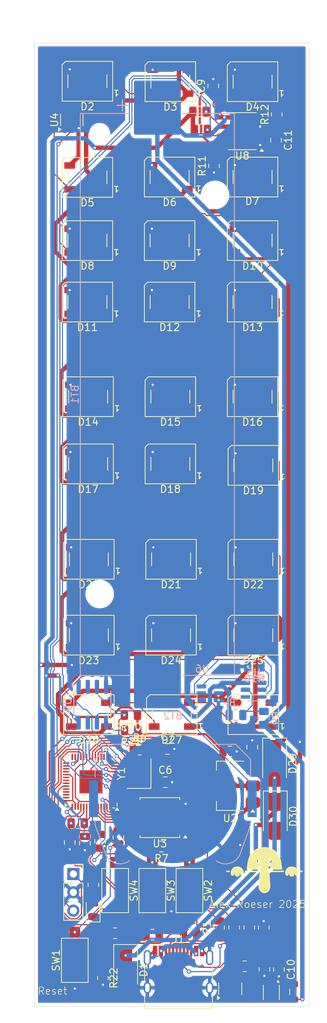
<source format=kicad_pcb>
(kicad_pcb (version 20241229) (generator "pcbnew") (generator_version "9.0")
  (layers (0 "F.Cu" signal) (2 "B.Cu" signal) (13 "F.Paste" user) (15 "B.Paste" user) (5 "F.SilkS" user "F.Silkscreen") (7 "B.SilkS" user "B.Silkscreen") (1 "F.Mask" user) (3 "B.Mask" user) (25 "Edge.Cuts" user))
  (net 0 "")
  (net 1 "BATT+")
  (net 2 "Net-(BT1--)")
  (net 3 "Net-(BT2-+)")
  (net 4 "GND")
  (net 5 "+5V")
  (net 6 "+3V3")
  (net 7 "Net-(U1-ADC_AVDD)")
  (net 8 "Net-(U1-VREG_VOUT)")
  (net 9 "Net-(U1-XIN)")
  (net 10 "Net-(U1-XOUT)")
  (net 11 "Net-(U5-VCC)")
  (net 12 "Net-(Q1-S)")
  (net 13 "Net-(U8-CE)")
  (net 14 "USBRaw")
  (net 15 "Net-(D2-DIN)")
  (net 16 "Net-(D2-DOUT)")
  (net 17 "Net-(D3-DOUT)")
  (net 18 "Net-(D4-DOUT)")
  (net 19 "Net-(D5-DOUT)")
  (net 20 "Net-(D6-DOUT)")
  (net 21 "Net-(D7-DOUT)")
  (net 22 "Net-(D8-DOUT)")
  (net 23 "Net-(D10-DIN)")
  (net 24 "Net-(D10-DOUT)")
  (net 25 "Net-(D11-DOUT)")
  (net 26 "Net-(D12-DOUT)")
  (net 27 "Net-(D13-DOUT)")
  (net 28 "Net-(D14-DOUT)")
  (net 29 "Net-(D15-DOUT)")
  (net 30 "Net-(D16-DOUT)")
  (net 31 "Net-(D19-DOUT)")
  (net 32 "Net-(D20-DOUT)")
  (net 33 "Net-(D21-DOUT)")
  (net 34 "Net-(D22-DOUT)")
  (net 35 "Net-(D23-DOUT)")
  (net 36 "Net-(D24-DOUT)")
  (net 37 "Net-(D25-DOUT)")
  (net 39 "Net-(D29-K)")
  (net 40 "Net-(D30-A)")
  (net 42 "Net-(J1-CC1)")
  (net 43 "Net-(J1-D+-PadA6)")
  (net 44 "Net-(J1-D--PadA7)")
  (net 45 "Net-(J1-CC2)")
  (net 47 "SWD")
  (net 48 "SWCLK")
  (net 49 "Net-(U7-SW)")
  (net 50 "USB_DM")
  (net 51 "USB_DP")
  (net 52 "Net-(U1-RUN)")
  (net 53 "QSPI_SS")
  (net 54 "Net-(SW1-B)")
  (net 55 "Net-(U5-CS)")
  (net 56 "Net-(U8-PROG)")
  (net 57 "Net-(U7-FB)")
  (net 58 "~{CHRG}")
  (net 59 "~{STDBY}")
  (net 60 "GPIO8")
  (net 61 "GPIO7")
  (net 62 "GPIO6")
  (net 63 "SCL")
  (net 64 "SDA")
  (net 76 "QSPI_SD3")
  (net 77 "QSPI_SD1")
  (net 78 "QSPI_SD2")
  (net 81 "QSPI_SD0")
  (net 83 "GPIO2")
  (net 88 "QSPI_SCLK")
  (net 92 "Net-(D31-A)")
  (net 94 "Net-(U5-OD)")
  (net 95 "Net-(U5-OC)")
  (net 104 "Net-(D17-DOUT)")
  (net 105 "Net-(D18-DOUT)")
  (net 106 "Net-(D26-DOUT)")
  (net 107 "Net-(D27-DOUT)")
  (net 109 "Net-(U1-GPIO25)")
  (footprint "LED_SMD:LED_WS2812B_PLCC4_5.0x5.0mm_P3.2mm" (layer "F.Cu") (at 109.15 124.425 180)
    (property "Reference" "D27")
    (property "Value" "WS2812B")
  )
  (footprint "LED_SMD:LED_WS2812B_PLCC4_5.0x5.0mm_P3.2mm" (layer "F.Cu") (at 97.45 67.325 180)
    (property "Reference" "D11")
    (property "Value" "WS2812B")
  )
  (footprint "LED_SMD:LED_WS2812B_PLCC4_5.0x5.0mm_P3.2mm" (layer "F.Cu") (at 109.05 113.425 180)
    (property "Reference" "D24")
    (property "Value" "WS2812B")
  )
  (footprint "Package_TO_SOT_SMD:SOT-23-5" (layer "F.Cu") (at 95.2875 42.125 90)
    (property "Reference" "U4")
    (property "Value" "SN74LV1T34DBV")
  )
  (footprint "LED_SMD:LED_WS2812B_PLCC4_5.0x5.0mm_P3.2mm" (layer "F.Cu") (at 97.55 80.425 180)
    (property "Reference" "D14")
    (property "Value" "WS2812B")
  )
  (footprint "LED_SMD:LED_WS2812B_PLCC4_5.0x5.0mm_P3.2mm" (layer "F.Cu") (at 120.35 67.325 180)
    (property "Reference" "D13")
    (property "Value" "WS2812B")
  )
  (footprint "LED_SMD:LED_WS2812B_PLCC4_5.0x5.0mm_P3.2mm" (layer "F.Cu") (at 97.45 50.075 180)
    (property "Reference" "D5")
    (property "Value" "WS2812B")
  )
  (footprint "Resistor_SMD:R_0805_2012Metric" (layer "F.Cu") (at 115.7 153.8875 90)
    (property "Reference" "R1")
    (property "Value" "5.1k")
  )
  (footprint "Resistor_SMD:R_0805_2012Metric" (layer "F.Cu") (at 117.8 153.8875 90)
    (property "Reference" "R3" (hide yes))
    (property "Value" "27")
  )
  (footprint "Package_SO:SOIC-8-1EP_3.9x4.9mm_P1.27mm_EP2.41x3.81mm" (layer "F.Cu") (at 118.925 43.68 180)
    (property "Reference" "U8")
    (property "Value" "TP4056-42-ESOP8")
  )
  (footprint "Capacitor_SMD:C_0805_2012Metric" (layer "F.Cu") (at 114.9 37.425 90)
    (property "Reference" "C9")
    (property "Value" "10uF")
  )
  (footprint "LED_SMD:LED_WS2812B_PLCC4_5.0x5.0mm_P3.2mm" (layer "F.Cu") (at 120.35 58.825 180)
    (property "Reference" "D10")
    (property "Value" "WS2812B")
  )
  (footprint "LED_SMD:LED_WS2812B_PLCC4_5.0x5.0mm_P3.2mm" (layer "F.Cu") (at 120.45 113.425 180)
    (property "Reference" "D25")
    (property "Value" "WS2812B")
  )
  (footprint "LED_SMD:LED_WS2812B_PLCC4_5.0x5.0mm_P3.2mm" (layer "F.Cu") (at 108.95 89.725 180)
    (property "Reference" "D18")
    (property "Value" "WS2812B")
  )
  (footprint "Resistor_SMD:R_0805_2012Metric" (layer "F.Cu") (at 122 159.6625 90)
    (property "Reference" "R14" (hide yes))
    (property "Value" "100k")
  )
  (footprint "LED_SMD:LED_WS2812B_PLCC4_5.0x5.0mm_P3.2mm" (layer "F.Cu") (at 120.45 89.925 180)
    (property "Reference" "D19")
    (property "Value" "WS2812B")
  )
  (footprint "Resistor_SMD:R_0805_2012Metric" (layer "F.Cu") (at 103.5125 126.575 180)
    (property "Reference" "R21")
    (property "Value" "4.7k")
  )
  (footprint "Package_SO:SOIC-8_5.3x5.3mm_P1.27mm" (layer "F.Cu") (at 107.5 138.675 180)
    (property "Reference" "U3")
    (property "Value" "W25Q32JVSS")
  )
  (footprint "Button_Switch_SMD:SW_SPST_CK_RS282G05A3" (layer "F.Cu") (at 111.6 148.775 -90)
    (property "Reference" "SW2")
    (property "Value" "SW_SPST")
  )
  (footprint "LED_SMD:LED_WS2812B_PLCC4_5.0x5.0mm_P3.2mm" (layer "F.Cu") (at 108.95 80.425 180)
    (property "Reference" "D15")
    (property "Value" "WS2812B")
  )
  (footprint "Capacitor_SMD:C_0805_2012Metric" (layer "F.Cu") (at 97.1 142.225 -90)
    (property "Reference" "C4" (hide yes))
    (property "Value" "10uF")
  )
  (footprint "Capacitor_SMD:C_0805_2012Metric" (layer "F.Cu") (at 95 142.125 -90)
    (property "Reference" "C3" (hide yes))
    (property "Value" "10uF")
  )
  (footprint "Diode_SMD:D_SMA" (layer "F.Cu") (at 102.75 159.75 -90)
    (property "Reference" "D1")
    (property "Value" "D_Schottky_Small")
  )
  (footprint "Capacitor_SMD:C_0805_2012Metric" (layer "F.Cu") (at 123.6 44.925 -90)
    (property "Reference" "C11")
    (property "Value" "10uF")
  )
  (footprint "Capacitor_SMD:C_0805_2012Metric" (layer "F.Cu") (at 117.2 129.525)
    (property "Reference" "C2" (hide yes))
    (property "Value" "10uF")
  )
  (footprint "Diode_SMD:D_SMA" (layer "F.Cu") (at 123.5 138.5 -90)
    (property "Reference" "D30")
    (property "Value" "D_Schottky_Small")
  )
  (footprint "LED_SMD:LED_WS2812B_PLCC4_5.0x5.0mm_P3.2mm" (layer "F.Cu") (at 108.85 67.325 180)
    (property "Reference" "D12")
    (property "Value" "WS2812B")
  )
  (footprint "Resistor_SMD:R_0805_2012Metric" (layer "F.Cu") (at 106.4875 154.875 180)
    (property "Reference" "R18" (hide yes))
    (property "Value" "10k")
  )
  (footprint "Resistor_SMD:R_0805_2012Metric" (layer "F.Cu") (at 119.25 159.25 180)
    (property "Reference" "R13" (hide yes))
    (property "Value" "732k")
  )
  (footprint "Package_TO_SOT_SMD:SOT-223-3_TabPin2" (layer "F.Cu") (at 117.25 134.275 180)
    (property "Reference" "U2")
    (property "Value" "AMS1117-3.3")
  )
  (footprint "Capacitor_SMD:C_0805_2012Metric" (layer "F.Cu") (at 120.3 128.925 90)
    (property "Reference" "C1" (hide yes))
    (property "Value" "100nF")
  )
  (footprint "Resistor_SMD:R_0805_2012Metric" (layer "F.Cu") (at 115 48.4875 90)
    (property "Reference" "R11")
    (property "Value" "1.2k")
  )
  (footprint "Button_Switch_SMD:SW_SPST_CK_RS282G05A3" (layer "F.Cu") (at 101.3 148.775 -90)
    (property "Reference" "SW4")
    (property "Value" "SW_SPST")
  )
  (footprint "LED_SMD:LED_WS2812B_PLCC4_5.0x5.0mm_P3.2mm" (layer "F.Cu") (at 108.85 58.825 180)
    (property "Reference" "D9")
    (property "Value" "WS2812B")
  )
  (footprint "LED_SMD:LED_WS2812B_PLCC4_5.0x5.0mm_P3.2mm" (layer "F.Cu") (at 108.95 36.825 180)
    (property "Reference" "D3")
    (property "Value" "WS2812B")
  )
  (footprint "Resistor_SMD:R_0805_2012Metric" (layer "F.Cu") (at 96.1 139.45 180)
    (property "Reference" "R5" (hide yes))
    (property "Value" "100")
  )
  (footprint "Diode_SMD:D_SMA" (layer "F.Cu") (at 123.4 131.175 -90)
    (property "Reference" "D29")
    (property "Value" "D_Schottky_Small")
  )
  (footprint "LED_SMD:LED_WS2812B_PLCC4_5.0x5.0mm_P3.2mm" (layer "F.Cu") (at 108.85 50.025 180)
    (property "Reference" "D6")
    (property "Value" "WS2812B")
  )
  (footprint "LED_SMD:LED_0805_2012Metric" (layer "F.Cu") (at 98.25 151.44 90)
    (property "Reference" "D31" (hide yes))
    (property "Value" "LED")
  )
  (footprint "LED_SMD:LED_WS2812B_PLCC4_5.0x5.0mm_P3.2mm" (layer "F.Cu") (at 120.45 124.425 180)
    (property "Reference" "D28" (hide yes))
    (property "Value" "WS2812B")
  )
  (footprint "LED_SMD:LED_WS2812B_PLCC4_5.0x5.0mm_P3.2mm" (layer "F.Cu") (at 120.35 50.025 180)
    (property "Reference" "D7")
    (property "Value" "WS2812B")
  )
  (footprint "LED_SMD:LED_WS2812B_PLCC4_5.0x5.0mm_P3.2mm" (layer "F.Cu") (at 97.65 102.925 180)
    (property "Reference" "D20")
    (property "Value" "WS2812B")
  )
  (footprint "Resistor_SMD:R_0805_2012Metric" (layer "F.Cu") (at 98.28 147.99 -90)
    (property "Reference" "R23" (hide yes))
    (property "Value" "1k")
  )
  (footprint "Package_DFN_QFN:Texas_RWU0007A_VQFN-7_2x2mm_P0.5mm" (layer "F.Cu") (at 122.95 162.875 -90)
    (property "Reference" "U7" (hide yes))
    (property "Value" "TPS61022")
  )
  (footprint "Package_SO:TSOP-6_1.65x3.05mm_P0.95mm" (layer "F.Cu") (at 117.25 162.375 90)
    (property "Reference" "Q1" (hide yes))
    (property "Value" "PMN48XP")
  )
  (footprint "Resistor_SMD:R_0805_2012Metric" (layer "F.Cu") (at 101.2875 154.675 180)
    (property "Reference" "R19" (hide yes))
    (property "Value" "10k")
  )
  (footprint "LED_SMD:LED_WS2812B_PLCC4_5.0x5.0mm_P3.2mm" (layer "F.Cu") (at 97.45 36.775 180)
    (property "Reference" "D2")
    (property "Value" "WS2812B")
  )
  (footprint "Package_DFN_QFN:QFN-56-1EP_7x7mm_P0.4mm_EP3.2x3.2mm" (layer "F.Cu") (at 97.95 133.725 180)
    (property "Reference" "U1" (hide yes))
    (property "Value" "RP2040")
  )
  (footprint "Resistor_SMD:R_0805_2012Metric" (layer "F.Cu") (at 112.9875 40.975)
    (property "Reference" "R16" (hide yes))
    (property "Value" "10k")
  )
  (footprint "Capacitor_SMD:C_0805_2012Metric" (layer "F.Cu") (at 124 159.7 -90)
    (property "Reference" "C10")
    (property "Value" "100nF")
  )
  (footprint "Connector_PinSocket_2.54mm:PinSocket_1x03_P2.54mm_Vertical" (layer "F.Cu") (at 95.5 146.475)
    (property "Reference" "J2" (hide yes))
    (property "Value" "Conn_01x03")
  )
  (footprint "LED_SMD:LED_WS2812B_PLCC4_5.0x5.0mm_P3.2mm" (layer "F.Cu") (at 120.35 36.825 180)
    (property "Reference" "D4")
    (property "Value" "WS2812B")
  )
  (footprint "Capacitor_SMD:C_0805_2012Metric" (layer "F.Cu") (at 108.25 133.775)
    (property "Reference" "C6")
    (property "Value" "15pF")
  )
  (footprint "Resistor_SMD:R_0805_2012Metric" (layer "F.Cu") (at 101.75 141.4125 90)
    (property "Reference" "R8" (hide yes))
    (property "Value" "1k")
  )
  (footprint "Resistor_SMD:R_0805_2012Metric" (layer "F.Cu") (at 123.7 41.3625 90)
    (property "Reference" "R12")
    (property "Value" "0.4")
  )
  (footprint "LED_SMD:LED_WS2812B_PLCC4_5.0x5.0mm_P3.2mm" (layer "F.Cu") (at 97.65 113.425 180)
    (property "Reference" "D23")
    (property "Value" "WS2812B")
  )
  (footprint "LED_SMD:LED_WS2812B_PLCC4_5.0x5.0mm_P3.2mm" (layer "F.Cu") (at 120.45 102.925 180)
    (property "Reference" "D22")
    (property "Value" "WS2812B")
  )
  (footprint "Resistor_SMD:R_0805_2012Metric" (layer "F.Cu") (at 111.6875 154.75 180)
    (property "Reference" "R17" (hide yes))
    (property "Value" "10k")
  )
  (footprint "Capacitor_SMD:C_0805_2012Metric" (layer "F.Cu") (at 108.55 129.175)
    (property "Reference" "C7")
    (property "Value" "15pF")
  )
  (footprint "Resistor_SMD:R_0805_2012Metric" (layer "F.Cu") (at 107.7125 142.675 180)
    (property "Reference" "R7")
    (property "Value" "10k")
  )
  (footprint "LED_SMD:LED_WS2812B_PLCC4_5.0x5.0mm_P3.2mm" (layer "F.Cu") (at 97.55 89.725 180)
    (property "Reference" "D17")
    (property "Value" "WS2812B")
  )
  (footprint "Resistor_SMD:R_0805_2012Metric" (layer "F.Cu") (at 119.9 153.8875 90)
    (property "Reference" "R4" (hide yes))
    (property "Value" "27")
  )
  (footprint "Resistor_SMD:R_0805_2012Metric" (layer "F.Cu") (at 121.9 153.8875 90)
    (property "Reference" "R2" (hide yes))
    (property "Value" "5.1k")
  )
  (footprint "LED_SMD:LED_WS2812B_PLCC4_5.0x5.0mm_P3.2mm" (layer "F.Cu") (at 120.35 80.425 180)
    (property "Reference" "D16")
    (property "Value" "WS2812B")
  )
  (footprint "Resistor_SMD:R_0805_2012Metric" (layer "F.Cu") (at 103.4875 124.475 180)
    (property "Reference" "R20")
    (property "Value" "4.7k")
  )
  (footprint "Capacitor_SMD:C_0805_2012Metric" (layer "F.Cu") (at 99.2 141.95 -90)
    (property "Reference" "C5" (hide yes))
    (property "Value" "10uF")
  )
  (footprint "Resistor_SMD:R_0805_2012Metric" (layer "F.Cu") (at 113.1875 43.475)
    (property "Reference" "R15" (hide yes))
    (property "Value" "10k")
  )
  (footprint "LED_SMD:LED_WS2812B_PLCC4_5.0x5.0mm_P3.2mm" (layer "F.Cu") (at 97.45 58.825 180)
    (property "Reference" "D8")
    (property "Value" "WS2812B")
  )
  (footprint "Connector_USB:USB_C_Receptacle_HRO_TYPE-C-31-M-12" (layer "F.Cu") (at 110.08 161.175)
    (property "Reference" "J1")
    (property "Value" "USB_C_Receptacle_USB2.0_16P")
  )
  (footprint "Button_Switch_SMD:SW_SPST_CK_RS282G05A3" (layer "F.Cu") (at 95.7 158.425 90)
    (property "Reference" "SW1")
    (property "Value" "SW_SPST")
  )
  (footprint "LED_SMD:LED_WS2812B_PLCC4_5.0x5.0mm_P3.2mm" (layer "F.Cu") (at 109.05 102.925 180)
    (property "Reference" "D21")
    (property "Value" "WS2812B")
  )
  (footprint "Button_Switch_SMD:SW_SPST_CK_RS282G05A3" (layer "F.Cu") (at 106.45 148.775 -90)
    (property "Reference" "SW3")
    (property "Value" "SW_SPST")
  )
  (footprint "Crystal:Crystal_SMD_SeikoEpson_FA238-4Pin_3.2x2.5mm" (layer "F.Cu") (at 104.6 132.575 90)
    (property "Reference" "Y1")
    (property "Value" "12MHz")
  )
  (footprint "Resistor_SMD:R_0805_2012Metric" (layer "F.Cu") (at 99.6 160.8875 -90)
    (property "Reference" "R22")
    (property "Value" "1M")
  )
  (footprint "LED_SMD:LED_WS2812B_PLCC4_5.0x5.0mm_P3.2mm" (layer "F.Cu") (at 97.65 124.425 180)
    (property "Reference" "D26")
    (property "Value" "WS2812B")
  )
  (footprint "Resistor_SMD:R_0805_2012Metric" (layer "F.Cu") (at 104.7125 129.275)
    (property "Reference" "R6")
    (property "Value" "10k")
  )
  (footprint "Inductor_SMD:L_0805_2012Metric" (layer "F.Cu") (at 126.0602 162.79114 90)
    (property "Reference" "L1" (hide yes))
    (property "Value" "1uH")
  )
  (footprint "Battery:BatteryHolder_Keystone_1042_1x18650" (layer "B.Cu") (at 107.15 80.115 -90)
    (property "Reference" "BT1")
    (property "Value" "Battery_Cell")
  )
  (footprint "Resistor_SMD:R_0805_2012Metric" (layer "B.Cu") (at 121.9 124.8875 90)
    (property "Reference" "R9")
    (property "Value" "100")
  )
  (footprint "8205A:SOT95P285X140-6N" (layer "B.Cu") (at 114.4375 121.475 180)
    (property "Reference" "U6")
    (property "Value" "8205A")
  )
  (footprint "Battery:BatteryHolder_Keystone_3034_1x20mm" (layer "B.Cu") (at 109.3 136.075 180)
    (property "Reference" "BT2")
    (property "Value" "Battery_Cell")
  )
  (footprint "Package_TO_SOT_SMD:SOT-23-6" (layer "B.Cu") (at 120.5 120.975 180)
    (property "Reference" "U5")
    (property "Value" "DW01A")
  )
  (footprint "Resistor_SMD:R_0805_2012Metric" (layer "B.Cu") (at 120.6 117.775)
    (property "Reference" "R10")
    (property "Value" "1k")
  )
  (footprint "Capacitor_SMD:C_0805_2012Metric" (layer "B.Cu") (at 118.05 124.475 180)
    (property "Reference" "C8")
    (property "Value" "0.1uF")
  )
  (footprint "Package_SO:SOIC-8_3.9x4.9mm_P1.27mm" (layer "B.Cu") (at 98.135 123.05 -90)
    (property "Reference" "U9")
    (property "Value" "PCF8523T")
  )
  (gr_poly (pts (xy 118.312476 145.442429) (xy 118.393088 145.450908) (xy 118.468942 145.46464) (xy 118.540134 145.4833) (xy 118.606757 145.506562) (xy 118.668906 145.534099) (xy 118.726676 145.565584) (xy 118.780161 145.600693) (xy 118.829455 145.639098) (xy 118.874654 145.680474) (xy 118.915852 145.724494) (xy 118.953142 145.770833) (xy 118.986621 145.819163) (xy 119.016381 145.869159) (xy 119.042519 145.920495) (xy 119.065127 145.972844) (xy 119.084301 146.025881) (xy 119.100136 146.079278) (xy 119.112725 146.132711) (xy 119.122164 146.185852) (xy 119.128546 146.238376) (xy 119.131967 146.289956) (xy 119.13252 146.340267) (xy 119.130301 146.388981) (xy 119.125403 146.435773) (xy 119.117922 146.480317) (xy 119.107952 146.522287) (xy 119.095587 146.561356) (xy 119.080921 146.597198) (xy 119.064051 146.629486) (xy 119.045069 146.657896) (xy 119.02407 146.6821) (xy 119.010467 146.69463) (xy 118.996257 146.705637) (xy 118.981508 146.715122) (xy 118.966287 146.723084) (xy 118.950663 146.729525) (xy 118.934705 146.734445) (xy 118.91848 146.737845) (xy 118.902057 146.739726) (xy 118.885503 146.740087) (xy 118.868887 146.738931) (xy 118.852276 146.736256) (xy 118.83574 146.732065) (xy 118.819347 146.726356) (xy 118.803163 146.719132) (xy 118.787258 146.710393) (xy 118.7717 146.700138) (xy 118.756557 146.68837) (xy 118.741897 146.675088) (xy 118.727788 146.660293) (xy 118.714299 146.643986) (xy 118.701497 146.626167) (xy 118.68945 146.606837) (xy 118.678228 146.585996) (xy 118.667897 146.563646) (xy 118.658527 146.539786) (xy 118.650184 146.514417) (xy 118.642939 146.487541) (xy 118.636857 146.459156) (xy 118.632009 146.429265) (xy 118.628461 146.397868) (xy 118.626283 146.364964) (xy 118.625541 146.330556) (xy 118.624415 146.374921) (xy 118.620922 146.419917) (xy 118.61489 146.465063) (xy 118.606147 146.509876) (xy 118.594519 146.553873) (xy 118.58757 146.575416) (xy 118.579836 146.596574) (xy 118.571294 146.617288) (xy 118.561924 146.637496) (xy 118.551703 146.65714) (xy 118.540611 146.676157) (xy 118.528626 146.694489) (xy 118.515726 146.712075) (xy 118.501889 146.728855) (xy 118.487095 146.744768) (xy 118.471321 146.759755) (xy 118.454547 146.773754) (xy 118.43675 146.786706) (xy 118.417909 146.798551) (xy 118.398002 146.809227) (xy 118.377009 146.818676) (xy 118.354906 146.826836) (xy 118.331674 146.833648) (xy 118.30729 146.839051) (xy 118.281733 146.842985) (xy 118.254981 146.845389) (xy 118.227013 146.846204) (xy 118.199059 146.845389) (xy 118.172318 146.842985) (xy 118.14677 146.839051) (xy 118.122392 146.833648) (xy 118.099163 146.826836) (xy 118.077063 146.818676) (xy 118.056069 146.809227) (xy 118.036161 146.798551) (xy 118.017316 146.786706) (xy 117.999514 146.773754) (xy 117.982732 146.759755) (xy 117.966951 146.744768) (xy 117.952148 146.728855) (xy 117.938301 146.712076) (xy 117.92539 146.69449) (xy 117.913394 146.676158) (xy 117.90229 146.65714) (xy 117.892057 146.637497) (xy 117.87412 146.596575) (xy 117.859413 146.553874) (xy 117.847763 146.509876) (xy 117.838999 146.465063) (xy 117.832952 146.419918) (xy 117.829449 146.374921) (xy 117.828319 146.330556) (xy 117.827577 146.364963) (xy 117.825399 146.397864) (xy 117.821851 146.42926) (xy 117.817002 146.459149) (xy 117.81092 146.487532) (xy 117.803674 146.514407) (xy 117.795331 146.539775) (xy 117.78596 146.563634) (xy 117.775629 146.585983) (xy 117.764406 146.606823) (xy 117.752359 146.626152) (xy 117.739556 146.643971) (xy 117.726066 146.660278) (xy 117.711956 146.675072) (xy 117.697296 146.688354) (xy 117.682152 146.700122) (xy 117.666594 146.710377) (xy 117.650688 146.719116) (xy 117.634505 146.726341) (xy 117.618111 146.73205) (xy 117.601575 146.736242) (xy 117.584965 146.738917) (xy 117.568349 146.740075) (xy 117.551795 146.739714) (xy 117.535372 146.737835) (xy 117.519147 146.734436) (xy 117.50319 146.729517) (xy 117.487567 146.723077) (xy 117.472348 146.715116) (xy 117.4576 146.705634) (xy 117.443391 146.694629) (xy 117.42979 146.6821) (xy 117.408807 146.657896) (xy 117.389839 146.629486) (xy 117.372981 146.597198) (xy 117.358327 146.561356) (xy 117.345973 146.522287) (xy 117.336013 146.480317) (xy 117.328541 146.435773) (xy 117.323652 146.388981) (xy 117.321441 146.340267) (xy 117.322001 146.289956) (xy 117.325428 146.238376) (xy 117.331816 146.185852) (xy 117.34126 146.132711) (xy 117.353854 146.079278) (xy 117.369692 146.025881) (xy 117.38887 145.972844) (xy 117.411482 145.920495) (xy 117.437622 145.869159) (xy 117.467385 145.819163) (xy 117.500866 145.770833) (xy 117.538158 145.724494) (xy 117.579357 145.680474) (xy 117.624558 145.639098) (xy 117.673854 145.600693) (xy 117.72734 145.565584) (xy 117.785111 145.534099) (xy 117.847261 145.506562) (xy 117.913886 145.4833) (xy 117.985078 145.46464) (xy 118.060934 145.450908) (xy 118.141547 145.442429) (xy 118.227013 145.439531)) (fill yes) (layer "F.SilkS"))
  (gr_poly (pts (xy 121.113617 146.224847) (xy 119.295847 146.224847) (xy 119.293227 146.198551) (xy 119.289958 146.172162) (xy 119.286042 146.145714) (xy 119.281481 146.119241) (xy 119.276276 146.092775) (xy 119.27043 146.06635) (xy 119.263944 146.04) (xy 119.256821 146.013759) (xy 121.13993 146.013759)) (fill yes) (layer "F.SilkS"))
  (gr_poly (pts (xy 127.292175 146.224847) (xy 126.84319 146.224847) (xy 126.840521 146.198551) (xy 126.837225 146.172162) (xy 126.833296 146.145715) (xy 126.82873 146.119241) (xy 126.82352 146.092776) (xy 126.817661 146.066351) (xy 126.811149 146.040001) (xy 126.803977 146.013759) (xy 127.292175 146.013759)) (fill yes) (layer "F.SilkS"))
  (gr_poly (pts (xy 117.19 146.04) (xy 117.183468 146.066348) (xy 117.177588 146.09277) (xy 117.172362 146.119233) (xy 117.167787 146.145705) (xy 117.163864 146.172153) (xy 117.160592 146.198545) (xy 117.157972 146.224847) (xy 116.708842 146.224847) (xy 116.708842 146.013759) (xy 117.197184 146.013759)) (fill yes) (layer "F.SilkS"))
  (gr_poly (pts (xy 122.12558 142.757902) (xy 122.247602 142.76621) (xy 122.366703 142.779882) (xy 122.482848 142.79881) (xy 122.596002 142.822887) (xy 122.706129 142.852004) (xy 122.813195 142.886055) (xy 122.917163 142.924932) (xy 123.017998 142.968528) (xy 123.115665 143.016734) (xy 123.210128 143.069444) (xy 123.301353 143.12655) (xy 123.389303 143.187944) (xy 123.473943 143.253519) (xy 123.555238 143.323168) (xy 123.633152 143.396782) (xy 123.707514 143.4743) (xy 123.778381 143.555665) (xy 123.845691 143.640777) (xy 123.909379 143.729533) (xy 123.969384 143.821835) (xy 124.025643 143.917581) (xy 124.078091 144.016671) (xy 124.126668 144.119004) (xy 124.171309 144.22448) (xy 124.211952 144.332997) (xy 124.248533 144.444456) (xy 124.280991 144.558755) (xy 124.309262 144.675794) (xy 124.333282 144.795473) (xy 124.35299 144.91769) (xy 124.368322 145.042346) (xy 124.368322 145.043669) (xy 124.472047 145.873137) (xy 122.839899 145.873137) (xy 122.824916 145.754589) (xy 122.809782 145.63965) (xy 122.794524 145.52908) (xy 122.779169 145.423635) (xy 122.570727 145.455054) (xy 122.61765 145.795168) (xy 122.663173 146.172928) (xy 122.705901 146.568399) (xy 122.744442 146.961649) (xy 122.777523 147.332852) (xy 122.803694 147.66246) (xy 122.821617 147.929846) (xy 122.827068 148.033761) (xy 122.829956 148.114385) (xy 122.830147 148.1219) (xy 122.830245 148.129338) (xy 122.830287 148.144151) (xy 122.829263 148.194961) (xy 122.826219 148.245173) (xy 122.821198 148.294713) (xy 122.814242 148.343511) (xy 122.805394 148.391493) (xy 122.794698 148.438588) (xy 122.782194 148.484725) (xy 122.767926 148.529831) (xy 122.751937 148.573833) (xy 122.734268 148.616661) (xy 122.714963 148.658242) (xy 122.694065 148.698504) (xy 122.671615 148.737375) (xy 122.647657 148.774784) (xy 122.622233 148.810658) (xy 122.595386 148.844925) (xy 122.581447 148.861433) (xy 122.567175 148.87752) (xy 122.552571 148.89318) (xy 122.537642 148.908407) (xy 122.522389 148.923195) (xy 122.506817 148.937536) (xy 122.490929 148.951425) (xy 122.474729 148.964855) (xy 122.458221 148.977821) (xy 122.441408 148.990314) (xy 122.424294 149.00233) (xy 122.406883 149.013862) (xy 122.389178 149.024903) (xy 122.371183 149.035448) (xy 122.352902 149.045489) (xy 122.334338 149.05502) (xy 122.315554 149.063981) (xy 122.296495 149.072433) (xy 122.277162 149.080366) (xy 122.257552 149.08777) (xy 122.237667 149.094636) (xy 122.217506 149.100955) (xy 122.197069 149.106717) (xy 122.176355 149.111913) (xy 122.155364 149.116533) (xy 122.134096 149.120568) (xy 122.11255 149.124008) (xy 122.090727 149.126844) (xy 122.068626 149.129066) (xy 122.046247 149.130665) (xy 122.023589 149.131632) (xy 122.000652 149.131956) (xy 121.977714 149.131632) (xy 121.95505 149.130665) (xy 121.932661 149.129066) (xy 121.910549 149.126844) (xy 121.888712 149.124008) (xy 121.867151 149.120568) (xy 121.845867 149.116534) (xy 121.824859 149.111914) (xy 121.804129 149.106718) (xy 121.783676 149.100956) (xy 121.763501 149.094637) (xy 121.743604 149.08777) (xy 121.723985 149.080366) (xy 121.704645 149.072433) (xy 121.685584 149.063981) (xy 121.666802 149.05502) (xy 121.639155 149.0406) (xy 121.612122 149.025021) (xy 121.585719 149.008307) (xy 121.559962 148.99048) (xy 121.534867 148.971564) (xy 121.51045 148.951584) (xy 121.486728 148.930561) (xy 121.463716 148.90852) (xy 121.441432 148.885484) (xy 121.41989 148.861477) (xy 121.399108 148.836522) (xy 121.379101 148.810643) (xy 121.359887 148.783862) (xy 121.34148 148.756204) (xy 121.323897 148.727692) (xy 121.307154 148.69835) (xy 121.291342 148.668306) (xy 121.276421 148.637503) (xy 121.262407 148.605972) (xy 121.249319 148.573744) (xy 121.237174 148.540851) (xy 121.225992 148.507325) (xy 121.215789 148.473196) (xy 121.206584 148.438497) (xy 121.198395 148.403259) (xy 121.19124 148.367514) (xy 121.185136 148.331293) (xy 121.180101 148.294627) (xy 121.176154 148.257548) (xy 121.173313 148.220089) (xy 121.171595 148.182279) (xy 121.171018 148.144151) (xy 121.171059 148.129359) (xy 121.171158 148.121969) (xy 121.171349 148.114551) (xy 121.179709 147.929928) (xy 121.197655 147.662498) (xy 121.223791 147.332875) (xy 121.256719 146.96167) (xy 121.295338 146.56842) (xy 121.338057 146.172949) (xy 121.383536 145.795189) (xy 121.430434 145.455075) (xy 121.222158 145.423656) (xy 121.206788 145.529089) (xy 121.191493 145.639653) (xy 121.176352 145.754589) (xy 121.161448 145.873137) (xy 119.528969 145.873137) (xy 119.632694 145.043669) (xy 119.632859 145.042346) (xy 119.648193 144.91769) (xy 119.667906 144.795473) (xy 119.69042 144.683339) (xy 120.977646 144.683339) (xy 120.977921 144.694206) (xy 120.978737 144.704932) (xy 120.980081 144.715504) (xy 120.98194 144.725907) (xy 120.9843 144.736129) (xy 120.987149 144.746156) (xy 120.990472 144.755976) (xy 120.994257 144.765574) (xy 120.99849 144.774937) (xy 121.003158 144.784052) (xy 121.008248 144.792905) (xy 121.013746 144.801484) (xy 121.01964 144.809774) (xy 121.025915 144.817763) (xy 121.03256 144.825436) (xy 121.039559 144.832782) (xy 121.046901 144.839786) (xy 121.054572 144.846435) (xy 121.062558 144.852715) (xy 121.070847 144.858614) (xy 121.079425 144.864117) (xy 121.088279 144.869212) (xy 121.097395 144.873885) (xy 121.10676 144.878124) (xy 121.116361 144.881913) (xy 121.126186 144.885241) (xy 121.136219 144.888093) (xy 121.146449 144.890457) (xy 121.156862 144.892318) (xy 121.167444 144.893664) (xy 121.178183 144.894482) (xy 121.189064 144.894758) (xy 121.199961 144.894482) (xy 121.210714 144.893664) (xy 121.221309 144.892318) (xy 121.231734 144.890457) (xy 121.241976 144.888093) (xy 121.25202 144.885241) (xy 121.261854 144.881913) (xy 121.271464 144.878124) (xy 121.280838 144.873885) (xy 121.289962 144.869212) (xy 121.298823 144.864117) (xy 121.307407 144.858614) (xy 121.315701 144.852715) (xy 121.323693 144.846435) (xy 121.331368 144.839786) (xy 121.338714 144.832782) (xy 121.345718 144.825436) (xy 121.352365 144.817763) (xy 121.358643 144.809774) (xy 121.364539 144.801484) (xy 121.37004 144.792905) (xy 121.375131 144.784052) (xy 121.379801 144.774937) (xy 121.384035 144.765574) (xy 121.387821 144.755976) (xy 121.391145 144.746156) (xy 121.393994 144.736129) (xy 121.396354 144.725907) (xy 121.398213 144.715504) (xy 121.399557 144.704932) (xy 121.400374 144.694206) (xy 121.400648 144.68336) (xy 122.600513 144.68336) (xy 122.600788 144.694225) (xy 122.601605 144.704949) (xy 122.602949 144.715519) (xy 122.604807 144.725921) (xy 122.607167 144.736142) (xy 122.610015 144.746168) (xy 122.613338 144.755986) (xy 122.617122 144.765583) (xy 122.621353 144.774945) (xy 122.62602 144.784059) (xy 122.631108 144.792912) (xy 122.636605 144.80149) (xy 122.642496 144.80978) (xy 122.648769 144.817768) (xy 122.65541 144.825442) (xy 122.662406 144.832787) (xy 122.669744 144.839791) (xy 122.67741 144.84644) (xy 122.685391 144.852721) (xy 122.693674 144.85862) (xy 122.702246 144.864124) (xy 122.711092 144.86922) (xy 122.720201 144.873894) (xy 122.729558 144.878133) (xy 122.73915 144.881923) (xy 122.748964 144.885252) (xy 122.758987 144.888105) (xy 122.769206 144.89047) (xy 122.779606 144.892334) (xy 122.790175 144.893681) (xy 122.8009 144.894501) (xy 122.811767 144.894778) (xy 122.822664 144.894503) (xy 122.833418 144.893685) (xy 122.844016 144.892339) (xy 122.854444 144.890477) (xy 122.864689 144.888113) (xy 122.874737 144.885261) (xy 122.884576 144.881934) (xy 122.894192 144.878144) (xy 122.903572 144.873906) (xy 122.912702 144.869233) (xy 122.92157 144.864138) (xy 122.930161 144.858634) (xy 122.938463 144.852736) (xy 122.946462 144.846455) (xy 122.954145 144.839806) (xy 122.961499 144.832803) (xy 122.96851 144.825457) (xy 122.975165 144.817783) (xy 122.981451 144.809795) (xy 122.987354 144.801504) (xy 122.992862 144.792926) (xy 122.99796 144.784072) (xy 123.002636 144.774957) (xy 123.006876 144.765594) (xy 123.010668 144.755996) (xy 123.013996 144.746177) (xy 123.01685 144.73615) (xy 123.019214 144.725928) (xy 123.021076 144.715524) (xy 123.022422 144.704953) (xy 123.02324 144.694227) (xy 123.023516 144.68336) (xy 123.02324 144.672478) (xy 123.022422 144.661741) (xy 123.021076 144.651161) (xy 123.019214 144.640751) (xy 123.01685 144.630525) (xy 123.013996 144.620496) (xy 123.010668 144.610677) (xy 123.006876 144.601081) (xy 123.002636 144.591722) (xy 122.99796 144.582612) (xy 122.992862 144.573765) (xy 122.987354 144.565195) (xy 122.981451 144.556913) (xy 122.975165 144.548934) (xy 122.96851 144.541271) (xy 122.961499 144.533937) (xy 122.954145 144.526945) (xy 122.946462 144.520309) (xy 122.938463 144.514041) (xy 122.930161 144.508154) (xy 122.92157 144.502663) (xy 122.912702 144.49758) (xy 122.903572 144.492918) (xy 122.894192 144.488691) (xy 122.884576 144.484912) (xy 122.874737 144.481594) (xy 122.864689 144.47875) (xy 122.854444 144.476393) (xy 122.844016 144.474538) (xy 122.833418 144.473196) (xy 122.822664 144.472381) (xy 122.811767 144.472106) (xy 122.8009 144.472381) (xy 122.790175 144.473195) (xy 122.779606 144.474537) (xy 122.769206 144.476393) (xy 122.758987 144.478749) (xy 122.748964 144.481592) (xy 122.73915 144.48491) (xy 122.729558 144.488688) (xy 122.720201 144.492915) (xy 122.711092 144.497576) (xy 122.702246 144.502658) (xy 122.693674 144.508149) (xy 122.685391 144.514034) (xy 122.67741 144.520302) (xy 122.669744 144.526938) (xy 122.662406 144.533929) (xy 122.65541 144.541263) (xy 122.648769 144.548926) (xy 122.642496 144.556904) (xy 122.636605 144.565185) (xy 122.631108 144.573756) (xy 122.62602 144.582603) (xy 122.621353 144.591713) (xy 122.617122 144.601072) (xy 122.613338 144.610669) (xy 122.610015 144.620488) (xy 122.607167 144.630518) (xy 122.604807 144.640745) (xy 122.602949 144.651156) (xy 122.601605 144.661738) (xy 122.600788 144.672476) (xy 122.600513 144.68336) (xy 121.400648 144.68336) (xy 121.400649 144.683339) (xy 121.400374 144.672458) (xy 121.399557 144.66172) (xy 121.398213 144.65114) (xy 121.396354 144.640731) (xy 121.393994 144.630505) (xy 121.391145 144.620475) (xy 121.387821 144.610656) (xy 121.384035 144.601061) (xy 121.379801 144.591701) (xy 121.375132 144.582591) (xy 121.37004 144.573745) (xy 121.36454 144.565174) (xy 121.358644 144.556893) (xy 121.352365 144.548914) (xy 121.345718 144.541251) (xy 121.338714 144.533917) (xy 121.331368 144.526925) (xy 121.323693 144.520288) (xy 121.315701 144.51402) (xy 121.307407 144.508134) (xy 121.298823 144.502642) (xy 121.289962 144.497559) (xy 121.280838 144.492898) (xy 121.271465 144.488671) (xy 121.261854 144.484891) (xy 121.25202 144.481573) (xy 121.241976 144.478729) (xy 121.231735 144.476373) (xy 121.22131 144.474517) (xy 121.210714 144.473175) (xy 121.199961 144.47236) (xy 121.189064 144.472086) (xy 121.178183 144.47236) (xy 121.167444 144.473175) (xy 121.156862 144.474516) (xy 121.146449 144.476372) (xy 121.136219 144.478728) (xy 121.126186 144.481571) (xy 121.116361 144.484889) (xy 121.10676 144.488668) (xy 121.097395 144.492894) (xy 121.088279 144.497555) (xy 121.079425 144.502638) (xy 121.070847 144.508128) (xy 121.062558 144.514014) (xy 121.054572 144.520281) (xy 121.046901 144.526917) (xy 121.039559 144.533909) (xy 121.03256 144.541242) (xy 121.025915 144.548905) (xy 121.01964 144.556884) (xy 121.013746 144.565165) (xy 121.008248 144.573735) (xy 121.003158 144.582582) (xy 120.99849 144.591692) (xy 120.994257 144.601052) (xy 120.990472 144.610648) (xy 120.987149 144.620468) (xy 120.9843 144.630498) (xy 120.98194 144.640725) (xy 120.980081 144.651135) (xy 120.978737 144.661717) (xy 120.977921 144.672456) (xy 120.977646 144.683339) (xy 119.69042 144.683339) (xy 119.691934 144.675794) (xy 119.720214 144.558755) (xy 119.752682 144.444456) (xy 119.789274 144.332997) (xy 119.829926 144.22448) (xy 119.874576 144.119004) (xy 119.923159 144.016671) (xy 119.975612 143.917581) (xy 120.031871 143.821835) (xy 120.091872 143.729533) (xy 120.155552 143.640777) (xy 120.222848 143.555665) (xy 120.293694 143.4743) (xy 120.368029 143.396782) (xy 120.445885 143.323168) (xy 120.52713 143.253519) (xy 120.611729 143.187943) (xy 120.699645 143.126547) (xy 120.790845 143.06944) (xy 120.885293 143.016729) (xy 120.982953 142.968521) (xy 121.083792 142.924925) (xy 121.187772 142.886047) (xy 121.29486 142.851995) (xy 121.40502 142.822877) (xy 121.518218 142.798801) (xy 121.634417 142.779874) (xy 121.753582 142.766204) (xy 121.87568 142.757898) (xy 122.000674 142.755064)) (fill yes) (layer "F.SilkS"))
  (gr_poly (pts (xy 125.85977 145.442429) (xy 125.940358 145.450908) (xy 126.016192 145.46464) (xy 126.087368 145.4833) (xy 126.153979 145.506562) (xy 126.216119 145.534099) (xy 126.273884 145.565584) (xy 126.327366 145.600693) (xy 126.376661 145.639098) (xy 126.421862 145.680474) (xy 126.463064 145.724494) (xy 126.500361 145.770833) (xy 126.533848 145.819163) (xy 126.563618 145.869159) (xy 126.589765 145.920495) (xy 126.612385 145.972844) (xy 126.63157 146.025881) (xy 126.647416 146.079278) (xy 126.660017 146.132711) (xy 126.669466 146.185852) (xy 126.675859 146.238376) (xy 126.679289 146.289956) (xy 126.67985 146.340267) (xy 126.677637 146.388981) (xy 126.672744 146.435773) (xy 126.665266 146.480317) (xy 126.655296 146.522287) (xy 126.642928 146.561356) (xy 126.628258 146.597198) (xy 126.611379 146.629486) (xy 126.592385 146.657896) (xy 126.571371 146.6821) (xy 126.557756 146.69463) (xy 126.543534 146.705637) (xy 126.528775 146.715122) (xy 126.513546 146.723084) (xy 126.497916 146.729525) (xy 126.481952 146.734445) (xy 126.465723 146.737845) (xy 126.449296 146.739726) (xy 126.432741 146.740087) (xy 126.416123 146.738931) (xy 126.399513 146.736256) (xy 126.382978 146.732065) (xy 126.366586 146.726356) (xy 126.350404 146.719132) (xy 126.334502 146.710393) (xy 126.318947 146.700138) (xy 126.303808 146.68837) (xy 126.289152 146.675088) (xy 126.275047 146.660293) (xy 126.261562 146.643986) (xy 126.248764 146.626167) (xy 126.236722 146.606837) (xy 126.225504 146.585996) (xy 126.215178 146.563646) (xy 126.205812 146.539786) (xy 126.197473 146.514417) (xy 126.190231 146.487541) (xy 126.184153 146.459156) (xy 126.179307 146.429265) (xy 126.175761 146.397868) (xy 126.173584 146.364964) (xy 126.172843 146.330556) (xy 126.171713 146.374921) (xy 126.168211 146.419917) (xy 126.162165 146.465063) (xy 126.153405 146.509876) (xy 126.141759 146.553873) (xy 126.1348 146.575416) (xy 126.127056 146.596574) (xy 126.118506 146.617288) (xy 126.109127 146.637496) (xy 126.098898 146.65714) (xy 126.087799 146.676157) (xy 126.075807 146.694489) (xy 126.062902 146.712075) (xy 126.049062 146.728855) (xy 126.034265 146.744768) (xy 126.018491 146.759755) (xy 126.001718 146.773754) (xy 125.983924 146.786706) (xy 125.965088 146.798551) (xy 125.945189 146.809227) (xy 125.924206 146.818676) (xy 125.902117 146.826836) (xy 125.8789 146.833648) (xy 125.854535 146.839051) (xy 125.829 146.842985) (xy 125.802274 146.845389) (xy 125.774335 146.846204) (xy 125.746366 146.845389) (xy 125.719613 146.842985) (xy 125.694054 146.839051) (xy 125.669667 146.833648) (xy 125.64643 146.826836) (xy 125.624324 146.818676) (xy 125.603325 146.809227) (xy 125.583413 146.798551) (xy 125.564566 146.786706) (xy 125.546763 146.773754) (xy 125.529981 146.759755) (xy 125.5142 146.744768) (xy 125.499399 146.728855) (xy 125.485555 146.712076) (xy 125.472647 146.69449) (xy 125.460654 146.676158) (xy 125.449554 146.65714) (xy 125.439326 146.637497) (xy 125.421399 146.596575) (xy 125.406702 146.553874) (xy 125.395062 146.509876) (xy 125.386308 146.465063) (xy 125.380267 146.419918) (xy 125.376769 146.374921) (xy 125.375641 146.330556) (xy 125.3749 146.364963) (xy 125.372723 146.397864) (xy 125.369178 146.42926) (xy 125.364333 146.459149) (xy 125.358256 146.487532) (xy 125.351014 146.514407) (xy 125.342677 146.539775) (xy 125.333312 146.563634) (xy 125.322987 146.585983) (xy 125.31177 146.606823) (xy 125.299729 146.626152) (xy 125.286933 146.643971) (xy 125.273449 146.660278) (xy 125.259345 146.675072) (xy 125.24469 146.688354) (xy 125.229552 146.700122) (xy 125.213998 146.710377) (xy 125.198096 146.719116) (xy 125.181916 146.726341) (xy 125.165524 146.73205) (xy 125.148988 146.736242) (xy 125.132378 146.738917) (xy 125.115761 146.740075) (xy 125.099204 146.739714) (xy 125.082777 146.737835) (xy 125.066546 146.734436) (xy 125.050581 146.729517) (xy 125.034948 146.723077) (xy 125.019717 146.715116) (xy 125.004956 146.705634) (xy 124.990731 146.694629) (xy 124.977112 146.6821) (xy 124.9561 146.657896) (xy 124.937108 146.629486) (xy 124.92023 146.597198) (xy 124.905561 146.561356) (xy 124.893195 146.522287) (xy 124.883227 146.480317) (xy 124.875749 146.435773) (xy 124.870858 146.388981) (xy 124.868647 146.340267) (xy 124.86921 146.289956) (xy 124.872642 146.238376) (xy 124.879036 146.185852) (xy 124.888488 146.132711) (xy 124.901092 146.079278) (xy 124.916941 146.025881) (xy 124.93613 145.972844) (xy 124.958754 145.920495) (xy 124.984906 145.869159) (xy 125.014681 145.819163) (xy 125.048173 145.770833) (xy 125.085477 145.724494) (xy 125.126686 145.680474) (xy 125.171896 145.639098) (xy 125.221199 145.600693) (xy 125.274691 145.565584) (xy 125.332466 145.534099) (xy 125.394618 145.506562) (xy 125.461242 145.4833) (xy 125.532431 145.46464) (xy 125.60828 145.450908) (xy 125.688883 145.442429) (xy 125.774335 145.439531)) (fill yes) (layer "F.SilkS"))
  (gr_poly (pts (xy 124.737245 146.04) (xy 124.730776 146.066348) (xy 124.72495 146.09277) (xy 124.719764 146.119233) (xy 124.715213 146.145705) (xy 124.711294 146.172153) (xy 124.708003 146.198545) (xy 124.705336 146.224847) (xy 122.887731 146.224847) (xy 122.861231 146.013759) (xy 124.744361 146.013759)) (fill yes) (layer "F.SilkS"))
  (gr_line (start 90.1 31.45) (end 90.1 164.8) (stroke (width 0.05)) (layer "Edge.Cuts"))
  (gr_line (start 90.1 164.8) (end 128.2 164.8) (stroke (width 0.05)) (layer "Edge.Cuts"))
  (gr_line (start 128.2 164.8) (end 128.2 31.45) (stroke (width 0.05)) (layer "Edge.Cuts"))
  (gr_line (start 128.2 31.45) (end 90.1 31.45) (stroke (width 0.05)) (layer "Edge.Cuts"))
  (gr_text "Alex Roeser 2025" (at 114.25 151.25 0) (layer "F.SilkS") (effects (font (size 1 1) (thickness 0.1)) (justify left bottom)))
  (gr_text "Reset" (at 90.5 163.25 0) (layer "F.SilkS") (effects (font (size 1 1) (thickness 0.1)) (justify left bottom)))
  (segment (start 122.7 163.85) (end 123.7 163.85) (width 0.3048) (layer "F.Cu") (net 1))
  (segment (start 123.7 163.85) (end 127.2125 163.85) (width 0.1524) (layer "F.Cu") (net 1))
  (segment (start 116.45 41.775) (end 114.9 40.225) (width 0.1524) (layer "F.Cu") (net 1))
  (segment (start 127.2125 163.85) (end 127.25 163.8125) (width 0.1524) (layer "F.Cu") (net 1))
  (segment (start 114.9 40.225) (end 114.9 38.375) (width 0.1524) (layer "F.Cu") (net 1))
  (via (at 116.45 41.775) (size 0.6) (drill 0.3) (layers "F.Cu" "B.Cu") (net 1))
  (via (at 127.25 163.8125) (size 0.6) (drill 0.3) (layers "F.Cu" "B.Cu") (net 1))
  (segment (start 116.45 42.264574) (end 116.45 41.775) (width 0.6096) (layer "B.Cu") (net 1))
  (segment (start 124.75 122.95) (end 124.75 65.320538) (width 0.6096) (layer "B.Cu") (net 1))
  (segment (start 111.0058 44.2808) (end 114.433774 44.2808) (width 0.6096) (layer "B.Cu") (net 1))
  (segment (start 121.9 125.8) (end 127.25 131.15) (width 0.6096) (layer "B.Cu") (net 1))
  (segment (start 107.15 40.425) (end 111.0058 44.2808) (width 0.6096) (layer "B.Cu") (net 1))
  (segment (start 114.433774 44.2808) (end 116.45 42.264574) (width 0.6096) (layer "B.Cu") (net 1))
  (segment (start 121.9 125.8) (end 124.75 122.95) (width 0.6096) (layer "B.Cu") (net 1))
  (segment (start 127.25 131.15) (end 127.25 163.8125) (width 0.6096) (layer "B.Cu") (net 1))
  (segment (start 107.15 47.720538) (end 107.15 40.425) (width 0.6096) (layer "B.Cu") (net 1))
  (segment (start 124.75 65.320538) (end 107.15 47.720538) (width 0.6096) (layer "B.Cu") (net 1))
  (segment (start 119.3625 120.025) (end 116.1225 120.025) (width 0.6096) (layer "B.Cu") (net 2))
  (segment (start 107.15 119.805) (end 107.2158 119.7392) (width 0.6096) (layer "B.Cu") (net 2))
  (segment (start 107.15 119.805) (end 112.02 124.675) (width 0.6096) (layer "B.Cu") (net 2))
  (segment (start 116.1225 120.025) (end 115.6225 120.525) (width 0.6096) (layer "B.Cu") (net 2))
  (segment (start 117.1 121.321256) (end 116.303744 120.525) (width 0.6096) (layer "B.Cu") (net 2))
  (segment (start 114.4417 122.867044) (end 114.4417 121.024556) (width 0.6096) (layer "B.Cu") (net 2))
  (segment (start 114.941256 120.525) (end 115.6225 120.525) (width 0.6096) (layer "B.Cu") (net 2))
  (segment (start 112.633744 124.675) (end 114.4417 122.867044) (width 0.6096) (layer "B.Cu") (net 2))
  (segment (start 116.303744 120.525) (end 115.6225 120.525) (width 0.6096) (layer "B.Cu") (net 2))
  (segment (start 115.980456 120.525) (end 115.6225 120.525) (width 0.1524) (layer "B.Cu") (net 2))
  (segment (start 112.02 124.675) (end 112.633744 124.675) (width 0.6096) (layer "B.Cu") (net 2))
  (segment (start 114.4417 121.024556) (end 114.941256 120.525) (width 0.6096) (layer "B.Cu") (net 2))
  (segment (start 117.1 124.475) (end 117.1 121.321256) (width 0.6096) (layer "B.Cu") (net 2))
  (segment (start 98.77 120.575) (end 98.77 121.549999) (width 0.1524) (layer "B.Cu") (net 3))
  (segment (start 110.101321 123.8978) (end 120.285 134.081479) (width 0.1524) (layer "B.Cu") (net 3))
  (segment (start 98.77 121.549999) (end 101.117801 123.8978) (width 0.1524) (layer "B.Cu") (net 3))
  (segment (start 120.285 134.081479) (end 120.285 136.075) (width 0.1524) (layer "B.Cu") (net 3))
  (segment (start 101.117801 123.8978) (end 110.101321 123.8978) (width 0.1524) (layer "B.Cu") (net 3))
  (segment (start 121.4 45.585) (end 123.31 45.585) (width 0.3048) (layer "F.Cu") (net 4))
  (segment (start 106.7 122.775) (end 107.6558 121.8192) (width 0.6096) (layer "F.Cu") (net 4))
  (segment (start 107.6558 121.8192) (end 115.0167 121.8192) (width 0.6096) (layer "F.Cu") (net 4))
  (segment (start 96.2375 47.1875) (end 96.2375 43.2625) (width 0.6096) (layer "F.Cu") (net 4))
  (segment (start 97.95 131.914497) (end 97.95 133.725) (width 0.1524) (layer "F.Cu") (net 4))
  (segment (start 98.95 130.2875) (end 98.95 130.914497) (width 0.1524) (layer "F.Cu") (net 4))
  (segment (start 113.92866 151.20366) (end 110.211418 151.20366) (width 0.1524) (layer "F.Cu") (net 4))
  (segment (start 98.95 130.914497) (end 97.95 131.914497) (width 0.1524) (layer "F.Cu") (net 4))
  (segment (start 106.675 157.13) (end 105.76 158.045) (width 0.3048) (layer "F.Cu") (net 4))
  (segment (start 115.7 152.975) (end 113.92866 151.20366) (width 0.1524) (layer "F.Cu") (net 4))
  (segment (start 115.0167 121.8192) (end 115.6225 122.425) (width 0.6096) (layer "F.Cu") (net 4))
  (segment (start 113.485 157.13) (end 114.4 158.045) (width 0.3048) (layer "F.Cu") (net 4))
  (segment (start 115.6225 122.425) (end 119.6875 118.36) (width 0.6096) (layer "F.Cu") (net 4))
  (segment (start 123.5 161.15) (end 124 160.65) (width 0.3048) (layer "F.Cu") (net 4))
  (segment (start 108.74744 151.30224) (end 109.093 151.6478) (width 0.1524) (layer "F.Cu") (net 4))
  (segment (start 113.33 157.13) (end 113.485 157.13) (width 0.3048) (layer "F.Cu") (net 4))
  (segment (start 91.03614 117.55374) (end 91.0209 117.5385) (width 0.6096) (layer "F.Cu") (net 4))
  (segment (start 98.95 130.2875) (end 98.95 129.75414) (width 0.1524) (layer "F.Cu") (net 4))
  (segment (start 106.83 157.13) (end 106.675 157.13) (width 0.3048) (layer "F.Cu") (net 4))
  (segment (start 123.5 162.25) (end 123.5 161.15) (width 0.3048) (layer "F.Cu") (net 4))
  (segment (start 109.767277 151.6478) (end 109.093 151.6478) (width 0.1524) (layer "F.Cu") (net 4))
  (segment (start 117.65 122.425) (end 118 122.775) (width 0.6096) (layer "F.Cu") (net 4))
  (segment (start 98.25 152.3775) (end 99.32526 151.30224) (width 0.1524) (layer "F.Cu") (net 4))
  (segment (start 95 48.425) (end 96.2375 47.1875) (width 0.6096) (layer "F.Cu") (net 4))
  (segment (start 99.81206 129.5728) (end 100.05568 129.32918) (width 0.1524) (layer "F.Cu") (net 4))
  (segment (start 95.2 122.775) (end 96.83986 121.13514) (width 0.6096) (layer "F.Cu") (net 4))
  (segment (start 119.6875 118.36) (end 119.6875 117.775) (width 0.6096) (layer "F.Cu") (net 4))
  (segment (start 95.29826 117.55374) (end 91.03614 117.55374) (width 0.6096) (layer "F.Cu") (net 4))
  (segment (start 115.6225 122.425) (end 117.65 122.425) (width 0.6096) (layer "F.Cu") (net 4))
  (segment (start 98.95 129.75414) (end 99.13134 129.5728) (width 0.1524) (layer "F.Cu") (net 4))
  (segment (start 126.91364 128.19888) (end 126.91364 130.53314) (width 0.6096) (layer "F.Cu") (net 4))
  (segment (start 105.06014 121.13514) (end 106.7 122.775) (width 0.6096) (layer "F.Cu") (net 4))
  (segment (start 96.83986 121.13514) (end 105.06014 121.13514) (width 0.6096) (layer "F.Cu") (net 4))
  (segment (start 110.211418 151.20366) (end 109.767277 151.6478) (width 0.1524) (layer "F.Cu") (net 4))
  (segment (start 99.32526 151.30224) (end 108.74744 151.30224) (width 0.1524) (layer "F.Cu") (net 4))
  (segment (start 126.91364 130.53314) (end 125.45568 131.9911) (width 0.6096) (layer "F.Cu") (net 4))
  (segment (start 123.31 45.585) (end 123.6 45.875) (width 0.3048) (layer "F.Cu") (net 4))
  (segment (start 99.13134 129.5728) (end 99.81206 129.5728) (width 0.1524) (layer "F.Cu") (net 4))
  (segment (start 120.4 136.575) (end 118.64086 138.33414) (width 0.6096) (layer "F.Cu") (net 4))
  (segment (start 118.64086 138.33414) (end 118.64086 142.47622) (width 0.6096) (layer "F.Cu") (net 4))
  (via (at 106.5 78.775) (size 0.6) (drill 0.3) (layers "F.Cu" "B.Cu") (net 4))
  (via (at 106.4 57.175) (size 0.6) (drill 0.3) (layers "F.Cu" "B.Cu") (net 4))
  (via (at 111.6 144.875) (size 0.6) (drill 0.3) (layers "F.Cu" "B.Cu") (net 4))
  (via (at 96.2375 43.2625) (size 0.6) (drill 0.3) (layers "F.Cu" "B.Cu") (net 4))
  (via (at 115 49.4) (size 0.6) (drill 0.3) (layers "F.Cu" "B.Cu") (net 4))
  (via (at 106.6 111.775) (size 0.6) (drill 0.3) (layers "F.Cu" "B.Cu") (net 4))
  (via (at 118.15 129.525) (size 0.6) (drill 0.3) (layers "F.Cu" "B.Cu") (net 4))
  (via (at 111.0875 136.77) (size 0.6) (drill 0.3) (layers "F.Cu" "B.Cu") (net 4))
  (via (at 118 111.775) (size 0.6) (drill 0.3) (layers "F.Cu" "B.Cu") (net 4))
  (via (at 95 65.675) (size 0.6) (drill 0.3) (layers "F.Cu" "B.Cu") (net 4))
  (via (at 95 35.125) (size 0.6) (drill 0.3) (layers "F.Cu" "B.Cu") (net 4))
  (via (at 95 143.075) (size 0.6) (drill 0.3) (layers "F.Cu" "B.Cu") (net 4))
  (via (at 118 101.275) (size 0.6) (drill 0.3) (layers "F.Cu" "B.Cu") (net 4))
  (via (at 106.4 48.375) (size 0.6) (drill 0.3) (layers "F.Cu" "B.Cu") (net 4))
  (via (at 99.6 161.8) (size 0.6) (drill 0.3) (layers "F.Cu" "B.Cu") (net 4))
  (via (at 99.8192 142.621) (size 0.6) (drill 0.3) (layers "F.Cu" "B.Cu") (net 4))
  (via (at 121.4 45.585) (size 0.6) (drill 0.3) (layers "F.Cu" "B.Cu") (net 4))
  (via (at 106.45 144.875) (size 0.6) (drill 0.3) (layers "F.Cu" "B.Cu") (net 4))
  (via (at 121.4 43.045) (size 0.6) (drill 0.3) (layers "F.Cu" "B.Cu") (net 4))
  (via (at 95.29826 117.55374) (size 0.6) (drill 0.3) (layers "F.Cu" "B.Cu") (net 4))
  (via (at 114.9 36.475) (size 0.6) (drill 0.3) (layers "F.Cu" "B.Cu") (net 4))
  (via (at 95.2 111.775) (size 0.6) (drill 0.3) (layers "F.Cu" "B.Cu") (net 4))
  (via (at 119.6875 117.775) (size 0.6) (drill 0.3) (layers "F.Cu" "B.Cu") (net 4))
  (via (at 124 160.65) (size 0.6) (drill 0.3) (layers "F.Cu" "B.Cu") (net 4))
  (via (at 95.2 101.275) (size 0.6) (drill 0.3) (layers "F.Cu" "B.Cu") (net 4))
  (via (at 91.0209 117.5385) (size 0.6) (drill 0.3) (layers "F.Cu" "B.Cu") (net 4))
  (via (at 109.5 129.175) (size 0.6) (drill 0.3) (layers "F.Cu" "B.Cu") (net 4))
  (via (at 95 57.175) (size 0.6) (drill 0.3) (layers "F.Cu" "B.Cu") (net 4))
  (via (at 122 160.575) (size 0.6) (drill 0.3) (layers "F.Cu" "B.Cu") (net 4))
  (via (at 95.1 88.075) (size 0.6) (drill 0.3) (layers "F.Cu" "B.Cu") (net 4))
  (via (at 97.1 143.175) (size 0.6) (drill 0.3) (layers "F.Cu" "B.Cu") (net 4))
  (via (at 109.093 151.6478) (size 0.6) (drill 0.3) (layers "F.Cu" "B.Cu") (net 4))
  (via (at 106.6 101.275) (size 0.6) (drill 0.3) (layers "F.Cu" "B.Cu") (net 4))
  (via (at 118.64086 142.47622) (size 0.6) (drill 0.3) (layers "F.Cu" "B.Cu") (net 4))
  (via (at 117.9 48.375) (size 0.6) (drill 0.3) (layers "F.Cu" "B.Cu") (net 4))
  (via (at 120.3 127.975) (size 0.6) (drill 0.3) (layers "F.Cu" "B.Cu") (net 4))
  (via (at 118 88.275) (size 0.6) (drill 0.3) (layers "F.Cu" "B.Cu") (net 4))
  (via (at 106.5 88.075) (size 0.6) (drill 0.3) (layers "F.Cu" "B.Cu") (net 4))
  (via (at 101.3 144.875) (size 0.6) (drill 0.3) (layers "F.Cu" "B.Cu") (net 4))
  (via (at 126.91364 128.19888) (size 0.6) (drill 0.3) (layers "F.Cu" "B.Cu") (net 4))
  (via (at 117.9 35.175) (size 0.6) (drill 0.3) (layers "F.Cu" "B.Cu") (net 4))
  (via (at 106.5 35.175) (size 0.6) (drill 0.3) (layers "F.Cu" "B.Cu") (net 4))
  (via (at 109.2 133.775) (size 0.6) (drill 0.3) (layers "F.Cu" "B.Cu") (net 4))
  (via (at 117.9 78.775) (size 0.6) (drill 0.3) (layers "F.Cu" "B.Cu") (net 4))
  (via (at 117.9 57.175) (size 0.6) (drill 0.3) (layers "F.Cu" "B.Cu") (net 4))
  (via (at 113.33 157.13) (size 0.6) (drill 0.3) (layers "F.Cu" "B.Cu") (net 4))
  (via (at 100.05568 129.32918) (size 0.6) (drill 0.3) (layers "F.Cu" "B.Cu") (net 4))
  (via (at 95.1 78.775) (size 0.6) (drill 0.3) (layers "F.Cu" "B.Cu") (net 4))
  (via (at 121.9 152.975) (size 0.6) (drill 0.3) (layers "F.Cu" "B.Cu") (net 4))
  (via (at 115.6225 122.425) (size 0.6) (drill 0.3) (layers "F.Cu" "B.Cu") (net 4))
  (via (at 106.4 65.675) (size 0.6) (drill 0.3) (layers "F.Cu" "B.Cu") (net 4))
  (via (at 95.7 162.325) (size 0.6) (drill 0.3) (layers "F.Cu" "B.Cu") (net 4))
  (via (at 125.45568 131.9911) (size 0.6) (drill 0.3) (layers "F.Cu" "B.Cu") (net 4))
  (via (at 117.9 65.675) (size 0.6) (drill 0.3) (layers "F.Cu" "B.Cu") (net 4))
  (segment (start 99.8192 142.541226) (end 99.8192 142.621) (width 0.6096) (layer "B.Cu") (net 4))
  (segment (start 111.6 144.875) (end 111.6 138.375) (width 0.6096) (layer "B.Cu") (net 4))
  (segment (start 100.05568 129.495965) (end 106.634715 136.075) (width 0.1524) (layer "B.Cu") (net 4))
  (segment (start 106.45 144.875) (end 106.45 138.925) (width 0.6096) (layer "B.Cu") (net 4))
  (segment (start 106.45 138.925) (end 109.3 136.075) (width 0.6096) (layer "B.Cu") (net 4))
  (segment (start 106.634715 136.075) (end 109.3 136.075) (width 0.1524) (layer "B.Cu") (net 4))
  (segment (start 100.05568 129.32918) (end 100.05568 129.495965) (width 0.1524) (layer "B.Cu") (net 4))
  (segment (start 106.285426 136.075) (end 99.8192 142.541226) (width 0.6096) (layer "B.Cu") (net 4))
  (segment (start 111.6 138.375) (end 109.3 136.075) (width 0.6096) (layer "B.Cu") (net 4))
  (segment (start 99.8192 144.6958) (end 95.5 149.015) (width 0.6096) (layer "B.Cu") (net 4))
  (segment (start 109.3 136.075) (end 106.285426 136.075) (width 0.6096) (layer "B.Cu") (net 4))
  (segment (start 99.8192 142.621) (end 99.8192 144.6958) (width 0.6096) (layer "B.Cu") (net 4))
  (segment (start 110.3442 69.9308) (end 111.3 68.975) (width 0.6096) (layer "F.Cu") (net 5))
  (segment (start 100.9058 39.4308) (end 98.4058 41.9308) (width 0.6096) (layer "F.Cu") (net 5))
  (segment (start 94.290718 116.0308) (end 93.875 115.615082) (width 0.6096) (layer "F.Cu") (net 5))
  (segment (start 121.990718 110.8192) (end 123.809282 110.8192) (width 0.6096) (layer "F.Cu") (net 5))
  (segment (start 100.9558 92.3308) (end 94.190718 92.3308) (width 0.6096) (layer "F.Cu") (net 5))
  (segment (start 97.275 43.0616) (end 97.275 49.1) (width 0.6096) (layer "F.Cu") (net 5))
  (segment (start 93.9442 126.684282) (end 94.290718 127.0308) (width 0.6096) (layer "F.Cu") (net 5))
  (segment (start 111.4 38.475) (end 110.4442 39.4308) (width 0.6096) (layer "F.Cu") (net 5))
  (segment (start 110.1442 37.2192) (end 111.4 38.475) (width 0.6096) (layer "F.Cu") (net 5))
  (segment (start 100.8558 69.9308) (end 110.3442 69.9308) (width 0.6096) (layer "F.Cu") (net 5))
  (segment (start 93.382481 124.146603) (end 93.9442 124.708323) (width 0.6096) (layer "F.Cu") (net 5))
  (segment (start 120.3 129.875) (end 118.909282 128.484282) (width 0.6096) (layer "F.Cu") (net 5))
  (segment (start 110.5442 116.0308) (end 111.5 115.075) (width 0.6096) (layer "F.Cu") (net 5))
  (segment (start 122.8 38.475) (end 121.5442 37.2192) (width 0.6096) (layer "F.Cu") (net 5))
  (segment (start 93.9442 105.4558) (end 93.9442 99.3424) (width 0.6096) (layer "F.Cu") (net 5))
  (segment (start 98.85 52.6308) (end 98.85 50.825) (width 0.6096) (layer "F.Cu") (net 5))
  (segment (start 94.3375 40.9875) (end 95.2772 41.9272) (width 0.1524) (layer "F.Cu") (net 5))
  (segment (start 100.1 104.575) (end 101.0558 105.5308) (width 0.6096) (layer "F.Cu") (net 5))
  (segment (start 94.290718 127.0308) (end 99.1442 127.0308) (width 0.6096) (layer "F.Cu") (net 5))
  (segment (start 96.734918 62.075) (end 101.5 62.075) (width 0.6096) (layer "F.Cu") (net 5))
  (segment (start 93.9442 99.3424) (end 100.9558 92.3308) (width 0.6096) (layer "F.Cu") (net 5))
  (segment (start 123.5 136.5) (end 121.9058 134.9058) (width 0.6096) (layer "F.Cu") (net 5))
  (segment (start 98.85 50.825) (end 98.925 50.75) (width 0.6096) (layer "F.Cu") (net 5))
  (segment (start 98.85 52.6308) (end 100.8058 52.6308) (width 0.6096) (layer "F.Cu") (net 5))
  (segment (start 98.279118 83.0308) (end 100.9558 83.0308) (width 0.6096) (layer "F.Cu") (net 5))
  (segment (start 116.094738 54.7758) (end 118.239738 52.6308) (width 0.6096) (layer "F.Cu") (net 5))
  (segment (start 110.5442 105.5308) (end 111.5 104.575) (width 0.6096) (layer "F.Cu") (net 5))
  (segment (start 122.8 60.475) (end 121.8442 61.4308) (width 0.6096) (layer "F.Cu") (net 5))
  (segment (start 121.8442 52.6308) (end 122.8 51.675) (width 0.6096) (layer "F.Cu") (net 5))
  (segment (start 94.13716 105.64876) (end 96.51492 105.64876) (width 0.6096) (layer "F.Cu") (net 5))
  (segment (start 99.9 38.874999) (end 99.9 38.425) (width 0.1524) (layer "F.Cu") (net 5))
  (segment (start 111.5 115.075) (end 112.4558 116.0308) (width 0.6096) (layer "F.Cu") (net 5))
  (segment (start 114.944772 34.2192) (end 110.490718 34.2192) (width 0.6096) (layer "F.Cu") (net 5))
  (segment (start 93.9442 124.708323) (end 93.9442 126.684282) (width 0.6096) (layer "F.Cu") (net 5))
  (segment (start 95.2772 41.9272) (end 96.847799 41.9272) (width 0.1524) (layer "F.Cu") (net 5))
  (segment (start 100.9558 83.0308) (end 100 82.075) (width 0.6096) (layer "F.Cu") (net 5))
  (segment (start 121.9058 133.4808) (end 120.4 131.975) (width 0.6096) (layer "F.Cu") (net 5))
  (segment (start 114.205262 54.7758) (end 116.094738 54.7758) (width 0.6096) (layer "F.Cu") (net 5))
  (segment (start 93.8442 87.465718) (end 98.279118 83.0308) (width 0.6096) (layer "F.Cu") (net 5))
  (segment (start 122.9 115.075) (end 120.74144 117.23356) (width 0.6096) (layer "F.Cu") (net 5))
  (segment (start 113.729422 126.075) (end 111.6 126.075) (width 0.6096) (layer "F.Cu") (net 5))
  (segment (start 93.7442 69.584282) (end 93.7442 65.065718) (width 0.6096) (layer "F.Cu") (net 5))
  (segment (start 122.9 91.575) (end 121.9442 92.5308) (width 0.6096) (layer "F.Cu") (net 5))
  (segment (start 121.8442 83.0308) (end 112.3558 83.0308) (width 0.6096) (layer "F.Cu") (net 5))
  (segment (start 121.55 139.7) (end 123.5 137.75) (width 0.6096) (layer "F.Cu") (net 5))
  (segment (start 100.079118 116.0308) (end 101.0558 116.0308) (width 0.6096) (layer "F.Cu") (net 5))
  (segment (start 111.3 51.870538) (end 114.205262 54.7758) (width 0.6096) (layer "F.Cu") (net 5))
  (segment (start 100.079118 116.0308) (end 94.290718 116.0308) (width 0.6096) (layer "F.Cu") (net 5))
  (segment (start 99.1442 127.0308) (end 100.1 126.075) (width 0.6096) (layer "F.Cu") (net 5))
  (segment (start 93.382481 121.617121) (end 93.382481 124.146603) (width 0.6096) (layer "F.Cu") (net 5))
  (segment (start 93.9442 105.4558) (end 94.13716 105.64876) (width 0.6096) (layer "F.Cu") (net 5))
  (segment (start 100.8558 69.9308) (end 94.090718 69.9308) (width 0.6096) (layer "F.Cu") (net 5))
  (segment (start 117.944772 37.2192) (end 114.944772 34.2192) (width 0.6096) (layer "F.Cu") (net 5))
  (segment (start 99.9 51.725) (end 100.8058 52.6308) (width 0.6096) (layer "F.Cu") (net 5))
  (segment (start 112.3558 83.0308) (end 111.4 82.075) (width 0.6096) (layer "F.Cu") (net 5))
  (segment (start 122.8 82.075) (end 121.8442 83.0308) (width 0.6096) (layer "F.Cu") (net 5))
  (segment (start 118.239738 52.6308) (end 121.8442 52.6308) (width 0.6096) (layer "F.Cu") (net 5))
  (segment (start 96.847799 41.9272) (end 96.851399 41.9308) (width 0.1524) (layer "F.Cu") (net 5))
  (segment (start 121.9058 134.9058) (end 121.9058 133.4808) (width 0.6096) (layer "F.Cu") (net 5))
  (segment (start 97.275 49.1) (end 98.925 50.75) (width 0.6096) (layer "F.Cu") (net 5))
  (segment (start 96.8942 52.6308) (end 98.85 52.6308) (width 0.6096) (layer "F.Cu") (net 5))
  (segment (start 109.7 62.075) (end 101.5 62.075) (width 0.6096) (layer "F.Cu") (net 5))
  (segment (start 98.4058 41.9308) (end 97.275 43.0616) (width 0.6096) (layer "F.Cu") (net 5))
  (segment (start 110.4442 92.3308) (end 111.4 91.375) (width 0.6096) (layer "F.Cu") (net 5))
  (segment (start 93.875 108.28868) (end 96.70948 105.4542) (width 0.6096) (layer "F.Cu") (net 5))
  (segment (start 94.190718 92.3308) (end 93.8442 91.984282) (width 0.6096) (layer "F.Cu") (net 5))
  (segment (start 122.9 104.575) (end 121.9442 105.5308) (width 0.6096) (layer "F.Cu") (net 5))
  (segment (start 98.799022 116.20058) (end 93.382481 121.617121) (width 0.6096) (layer "F.Cu") (net 5))
  (segment (start 96.70948 105.4542) (end 97.58868 104.575) (width 0.6096) (layer "F.Cu") (net 5))
  (segment (start 110.490718 34.2192) (end 110.1442 34.565718) (width 0.6096) (layer "F.Cu") (net 5))
  (segment (start 123.5 137.75) (end 123.5 136.5) (width 0.6096) (layer "F.Cu") (net 5))
  (segment (start 120.74144 117.23356) (end 120.74144 125.198642) (width 0.6096) (layer "F.Cu") (net 5))
  (segment (start 120.178926 112.7308) (end 120.178926 112.630992) (width 0.6096) (layer "F.Cu") (net 5))
  (segment (start 97.58868 104.575) (end 100.1 104.575) (width 0.6096) (layer "F.Cu") (net 5))
  (segment (start 111.3 60.475) (end 109.7 62.075) (width 0.6096) (layer "F.Cu") (net 5))
  (segment (start 92.85 56.675) (end 96.8942 52.6308) (width 0.6096) (layer "F.Cu") (net 5))
  (segment (start 93.7442 65.065718) (end 96.734918 62.075) (width 0.6096) (layer "F.Cu") (net 5))
  (segment (start 121.5442 37.2192) (end 117.944772 37.2192) (width 0.6096) (layer "F.Cu") (net 5))
  (segment (start 100.1 115.075) (end 101.0558 116.0308) (width 0.6096) (layer "F.Cu") (net 5))
  (segment (start 101.0558 105.5308) (end 110.5442 105.5308) (width 0.6096) (layer "F.Cu") (net 5))
  (segment (start 124.1558 113.8192) (end 122.9 115.075) (width 0.6096) (layer "F.Cu") (net 5))
  (segment (start 122.9 126.075) (end 119.865082 126.075) (width 0.6096) (layer "F.Cu") (net 5))
  (segment (start 110.4442 39.4308) (end 100.9058 39.4308) (width 0.6096) (layer "F.Cu") (net 5))
  (segment (start 121.8442 61.4308) (end 112.2558 61.4308) (width 0.6096) (layer "F.Cu") (net 5))
  (segment (start 119.537722 113.372004) (end 120.178926 112.7308) (width 0.6096) (layer "F.Cu") (net 5))
  (segment (start 101.0558 116.0308) (end 110.5442 116.0308) (width 0.6096) (layer "F.Cu") (net 5))
  (segment (start 121.9442 92.5308) (end 112.5558 92.5308) (width 0.6096) (layer "F.Cu") (net 5))
  (segment (start 100.079118 116.0308) (end 99.909338 116.20058) (width 0.6096) (layer "F.Cu") (net 5))
  (segment (start 98.279118 83.0308) (end 94.190718 83.0308) (width 0.6096) (layer "F.Cu") (net 5))
  (segment (start 120.4 131.975) (end 120.4 129.975) (width 0.6096) (layer "F.Cu") (net 5))
  (segment (start 110.4442 83.0308) (end 100.9558 83.0308) (width 0.6096) (layer "F.Cu") (net 5))
  (segment (start 111.3 51.675) (end 111.3 51.870538) (width 0.6096) (layer "F.Cu") (net 5))
  (segment (start 100.9558 92.3308) (end 110.4442 92.3308) (width 0.6096) (layer "F.Cu") (net 5))
  (segment (start 99.909338 116.20058) (end 98.799022 116.20058) (width 0.6096) (layer "F.Cu") (net 5))
  (segment (start 111.4 82.075) (end 110.4442 83.0308) (width 0.6096) (layer "F.Cu") (net 5))
  (segment (start 121.9442 105.5308) (end 112.4558 105.5308) (width 0.6096) (layer "F.Cu") (net 5))
  (segment (start 100.8058 52.6308) (end 110.3442 52.6308) (width 0.6096) (layer "F.Cu") (net 5))
  (segment (start 124.1558 111.165718) (end 124.1558 113.8192) (width 0.6096) (layer "F.Cu") (net 5))
  (segment (start 96.51492 105.64876) (end 96.70948 105.4542) (width 0.6096) (layer "F.Cu") (net 5))
  (segment (start 94.090718 69.9308) (end 93.7442 69.584282) (width 0.6096) (layer "F.Cu") (net 5))
  (segment (start 120.4 129.975) (end 120.3 129.875) (width 0.6096) (layer "F.Cu") (net 5))
  (segment (start 112.2558 69.9308) (end 121.8442 69.9308) (width 0.6096) (layer "F.Cu") (net 5))
  (segment (start 121.8442 69.9308) (end 122.8 68.975) (width 0.6096) (layer "F.Cu") (net 5))
  (segment (start 111.3 68.975) (end 112.2558 69.9308) (width 0.6096) (layer "F.Cu") (net 5))
  (segment (start 93.8442 82.684282) (end 93.8442 76.9424) (width 0.6096) (layer "F.Cu") (net 5))
  (segment (start 100.9058 39.4308) (end 99.9 38.425) (width 0.6096) (layer "F.Cu") (net 5))
  (segment (start 112.4558 116.0308) (end 119.537722 116.0308) (width 0.6096) (layer "F.Cu") (net 5))
  (segment (start 119.537722 116.0308) (end 119.537722 113.372004) (width 0.6096) (layer "F.Cu") (net 5))
  (segment (start 94.190718 83.0308) (end 93.8442 82.684282) (width 0.6096) (layer "F.Cu") (net 5))
  (segment (start 110.1442 34.565718) (end 110.1442 37.2192) (width 0.6096) (layer "F.Cu") (net 5))
  (segment (start 96.734918 62.075) (end 94.734918 62.075) (width 0.6096) (layer "F.Cu") (net 5))
  (segment (start 92.85 60.190082) (end 92.85 56.675) (width 0.6096) (layer "F.Cu") (net 5))
  (segment (start 98.925 50.75) (end 99.9 51.725) (width 0.6096) (layer "F.Cu") (net 5))
  (segment (start 100 91.375) (end 100.9558 92.3308) (width 0.6096) (layer "F.Cu") (net 5))
  (segment (start 93.875 115.615082) (end 93.875 108.28868) (width 0.6096) (layer "F.Cu") (net 5))
  (segment (start 118.909282 128.484282) (end 118.909282 127.0308) (width 0.6096) (layer "F.Cu") (net 5))
  (segment (start 112.4558 105.5308) (end 111.5 104.575) (width 0.6096) (layer "F.Cu") (net 5))
  (segment (start 101.5 62.075) (end 99.9 60.475) (width 0.6096) (layer "F.Cu") (net 5))
  (segment (start 93.8442 91.984282) (end 93.8442 87.465718) (width 0.6096) (layer "F.Cu") (net 5))
  (segment (start 99.9 68.975) (end 100.8558 69.9308) (width 0.6096) (layer "F.Cu") (net 5))
  (segment (start 110.3442 52.6308) (end 111.3 51.675) (width 0.6096) (layer "F.Cu") (net 5))
  (segment (start 120.8 139.7) (end 121.55 139.7) (width 0.6096) (layer "F.Cu") (net 5))
  (segment (start 123.809282 110.8192) (end 124.1558 111.165718) (width 0.6096) (layer "F.Cu") (net 5))
  (segment (start 112.5558 92.5308) (end 111.4 91.375) (width 0.6096) (layer "F.Cu") (net 5))
  (segment (start 120.74144 125.198642) (end 119.865082 126.075) (width 0.6096) (layer "F.Cu") (net 5))
  (segment (start 119.865082 126.075) (end 118.909282 127.0308) (width 0.6096) (layer "F.Cu") (net 5))
  (segment (start 93.8442 76.9424) (end 100.8558 69.9308) (width 0.6096) (layer "F.Cu") (net 5))
  (segment (start 120.178926 112.630992) (end 121.990718 110.8192) (width 0.6096) (layer "F.Cu") (net 5))
  (segment (start 94.734918 62.075) (end 92.85 60.190082) (width 0.6096) (layer "F.Cu") (net 5))
  (segment (start 114.685222 127.0308) (end 113.729422 126.075) (width 0.6096) (layer "F.Cu") (net 5))
  (segment (start 118.909282 127.0308) (end 114.685222 127.0308) (width 0.6096) (layer "F.Cu") (net 5))
  (segment (start 112.2558 61.4308) (end 111.3 60.475) (width 0.6096) (layer "F.Cu") (net 5))
  (segment (start 96.851399 41.9308) (end 98.4058 41.9308) (width 0.1524) (layer "F.Cu") (net 5))
  (via (at 102.75 157.75) (size 0.6) (drill 0.3) (layers "F.Cu" "B.Cu") (net 5))
  (via (at 120.8 139.7) (size 0.6) (drill 0.3) (layers "F.Cu" "B.Cu") (net 5))
  (segment (start 104.075 157.75) (end 106.221401 155.603599) (width 0.6096) (layer "B.Cu") (net 5))
  (segment (start 102.75 157.75) (end 104.075 157.75) (width 0.6096) (layer "B.Cu") (net 5))
  (segment (start 120.8 145.875) (end 120.8 139.7) (width 0.6096) (layer "B.Cu") (net 5))
  (segment (start 111.071401 155.603599) (end 120.8 145.875) (width 0.6096) (layer "B.Cu") (net 5))
  (segment (start 106.221401 155.603599) (end 111.071401 155.603599) (width 0.6096) (layer "B.Cu") (net 5))
  (segment (start 120.8 139.7) (end 120.8 139.65) (width 0.6096) (layer "B.Cu") (net 5))
  (segment (start 105.22478 151.65022) (end 102.2 154.675) (width 0.1524) (layer "F.Cu") (net 6))
  (segment (start 107.7772 143.6522) (end 111.1978 143.6522) (width 0.1524) (layer "F.Cu") (net 6))
  (segment (start 102.92842 128.52908) (end 103.05408 128.52908) (width 0.1524) (layer "F.Cu") (net 6))
  (segment (start 97.35 139.1125) (end 97.0125 139.45) (width 0.1524) (layer "F.Cu") (net 6))
  (segment (start 112.6 154.05) (end 112.6 154.75) (width 0.1524) (layer "F.Cu") (net 6))
  (segment (start 99.287843 128.0414) (end 98.953123 128.37612) (width 0.1524) (layer "F.Cu") (net 6))
  (segment (start 104.425 126.575) (end 104.9726 127.1226) (width 0.3048) (layer "F.Cu") (net 6))
  (segment (start 107.4772 154.7978) (end 107.4772 151.65022) (width 0.1524) (layer "F.Cu") (net 6))
  (segment (start 112.843969 153.806031) (end 112.6 154.05) (width 0.1524) (layer "F.Cu") (net 6))
  (segment (start 101.3875 136.325) (end 101.889116 136.325) (width 0.1524) (layer "F.Cu") (net 6))
  (segment (start 110.6272 151.6478) (end 107.4 154.875) (width 0.1524) (layer "F.Cu") (net 6))
  (segment (start 112.6 154.75) (end 112.6272 154.7228) (width 0.1524) (layer "F.Cu") (net 6))
  (segment (start 102.92842 128.52908) (end 102.075816 128.52908) (width 0.1524) (layer "F.Cu") (net 6))
  (segment (start 98.953123 128.37612) (end 98.832914 128.37612) (width 0.1524) (layer "F.Cu") (net 6))
  (segment (start 103.05408 128.52908) (end 103.8 129.275) (width 0.1524) (layer "F.Cu") (net 6))
  (segment (start 95.414116 133.125) (end 95.414116 136.325) (width 0.1524) (layer "F.Cu") (net 6))
  (segment (start 112.6272 154.7228) (end 112.6272 151.713249) (width 0.1524) (layer "F.Cu") (net 6))
  (segment (start 114.1 134.275) (end 114.1 140.75) (width 0.1524) (layer "F.Cu") (net 6))
  (segment (start 106.532764 135.482) (end 112.893 135.482) (width 0.1524) (layer "F.Cu") (net 6))
  (segment (start 116.25 132.125) (end 114.1 134.275) (width 0.6096) (layer "F.Cu") (net 6))
  (segment (start 106.0075 142.675) (end 106.8 142.675) (width 0.1524) (layer "F.Cu") (net 6))
  (segment (start 102.857116 135.357) (end 106.407764 135.357) (width 0.1524) (layer "F.Cu") (net 6))
  (segment (start 95.414116 136.325) (end 94.5125 136.325) (width 0.1524) (layer "F.Cu") (net 6))
  (segment (start 94.5125 132.725) (end 95.014116 132.725) (width 0.1524) (layer "F.Cu") (net 6))
  (segment (start 104.4 126.55) (end 104.425 126.575) (width 0.3048) (layer "F.Cu") (net 6))
  (segment (start 116.25 132.45) (end 118.075 134.275) (width 0.6096) (layer "F.Cu") (net 6))
  (segment (start 93.3196 119.01932) (end 93.36532 118.9736) (width 0.6096) (layer "F.Cu") (net 6))
  (segment (start 120.8772 153.4628) (end 120.533969 153.806031) (width 0.1524) (layer "F.Cu") (net 6))
  (segment (start 112.075 43.275) (end 112.275 43.475) (width 0.6096) (layer "F.Cu") (net 6))
  (segment (start 102.055636 123.4216) (end 103.3466 123.4216) (width 0.3048) (layer "F.Cu") (net 6))
  (segment (start 112.075 40.975) (end 107.075 45.975) (width 0.6096) (layer "F.Cu") (net 6))
  (segment (start 107.075 45.975) (end 98.45 45.975) (width 0.6096) (layer "F.Cu") (net 6))
  (segment (start 94.5125 136.325) (end 94.5125 136.975) (width 0.1524) (layer "F.Cu") (net 6))
  (segment (start 97.1 139.275) (end 96.725 139.275) (width 0.1524) (layer "F.Cu") (net 6))
  (segment (start 95.75 136.660884) (end 95.414116 136.325) (width 0.1524) (layer "F.Cu") (net 6))
  (segment (start 112.893 135.482) (end 114.1 134.275) (width 0.1524) (layer "F.Cu") (net 6))
  (segment (start 114.1 145.71) (end 120.8772 152.4872) (width 0.1524) (layer "F.Cu") (net 6))
  (segment (start 120.8772 152.4872) (end 120.8772 153.4628) (width 0.1524) (layer "F.Cu") (net 6))
  (segment (start 118.075 134.275) (end 114.1 134.275) (width 0.6096) (layer "F.Cu") (net 6))
  (segment (start 112.561751 151.6478) (end 110.6272 151.6478) (width 0.1524) (layer "F.Cu") (net 6))
  (segment (start 102.075816 128.52908) (end 101.588136 128.0414) (width 0.1524) (layer "F.Cu") (net 6))
  (segment (start 116.25 129.525) (end 116.25 132.125) (width 0.6096) (layer "F.Cu") (net 6))
  (segment (start 97.75 137.1625) (end 97.75 138.7125) (width 0.1524) (layer "F.Cu") (net 6))
  (segment (start 91.75186 119.01932) (end 93.3196 119.01932) (width 0.6096) (layer "F.Cu") (net 6))
  (segment (start 120.533969 153.806031) (end 112.843969 153.806031) (width 0.1524) (layer "F.Cu") (net 6))
  (segment (start 98.832914 128.37612) (end 97.75 129.459034) (width 0.1524) (layer "F.Cu") (net 6))
  (segment (start 95.62084 124.74702) (end 100.730216 124.74702) (width 0.3048) (layer "F.Cu") (net 6))
  (segment (start 101.588136 128.0414) (end 99.287843 128.0414) (width 0.1524) (layer "F.Cu") (net 6))
  (segment (start 97.75 138.7125) (end 97.0125 139.45) (width 0.1524) (layer "F.Cu") (net 6))
  (segment (start 97.1 139.275) (end 97.35 139.025) (width 0.1524) (layer "F.Cu") (net 6))
  (segment (start 120.4 134.275) (end 118.075 134.275) (width 0.6096) (layer "F.Cu") (net 6))
  (segment (start 103.3466 123.4216) (end 104.4 124.475) (width 0.3048) (layer "F.Cu") (net 6))
  (segment (start 104.9726 127.1226) (end 113.8476 127.1226) (width 0.3048) (layer "F.Cu") (net 6))
  (segment (start 116.25 132.125) (end 116.25 132.45) (width 0.6096) (layer "F.Cu") (net 6))
  (segment (start 100.730216 124.74702) (end 102.055636 123.4216) (width 0.3048) (layer "F.Cu") (net 6))
  (segment (start 94.5125 137.1875) (end 94.5 137.2) (width 0.1524) (layer "F.Cu") (net 6))
  (segment (start 94.5125 137.1) (end 94.5125 137.1875) (width 0.1524) (layer "F.Cu") (net 6))
  (segment (start 112.6272 151.713249) (end 112.561751 151.6478) (width 0.1524) (layer "F.Cu") (net 6))
  (segment (start 103.9125 140.58) (end 106.0075 142.675) (width 0.1524) (layer "F.Cu") (net 6))
  (segment (start 97.75 129.459034) (end 97.75 130.2875) (width 0.1524) (layer "F.Cu") (net 6))
  (segment (start 113.8476 127.1226) (end 116.25 129.525) (width 0.3048) (layer "F.Cu") (net 6))
  (segment (start 104.4 124.475) (end 104.4 126.52248) (width 0.3048) (layer "F.Cu") (net 6))
  (segment (start 106.8 142.675) (end 107.7772 143.6522) (width 0.1524) (layer "F.Cu") (net 6))
  (segment (start 106.407764 135.357) (end 106.532764 135.482) (width 0.1524) (layer "F.Cu") (net 6))
  (segment (start 107.4772 151.65022) (end 105.22478 151.65022) (width 0.1524) (layer "F.Cu") (net 6))
  (segment (start 101.889116 136.325) (end 102.857116 135.357) (width 0.1524) (layer "F.Cu") (net 6))
  (segment (start 112.075 40.975) (end 112.075 43.275) (width 0.6096) (layer "F.Cu") (net 6))
  (segment (start 111.1978 143.6522) (end 114.1 140.75) (width 0.1524) (layer "F.Cu") (net 6))
  (segment (start 95.014116 132.725) (end 95.414116 133.125) (width 0.1524) (layer "F.Cu") (net 6))
  (segment (start 95.75 137.1625) (end 95.75 136.660884) (width 0.1524) (layer "F.Cu") (net 6))
  (segment (start 104.4 126.52248) (end 104.4 126.55) (width 0.3048) (layer "F.Cu") (net 6))
  (segment (start 97.35 137.1625) (end 97.35 139.1125) (width 0.1524) (layer "F.Cu") (net 6))
  (segment (start 114.1 140.75) (end 114.1 145.71) (width 0.1524) (layer "F.Cu") (net 6))
  (segment (start 107.4 154.875) (end 107.4772 154.7978) (width 0.1524) (layer "F.Cu") (net 6))
  (via (at 102.92842 128.52908) (size 0.6) (drill 0.3) (layers "F.Cu" "B.Cu") (net 6))
  (via (at 94.5125 136.975) (size 0.6) (drill 0.3) (layers "F.Cu" "B.Cu") (net 6))
  (via (at 95.62084 124.74702) (size 0.6) (drill 0.3) (layers "F.Cu" "B.Cu") (net 6))
  (via (at 91.75186 119.01932) (size 0.6) (drill 0.3) (layers "F.Cu" "B.Cu") (net 6))
  (via (at 93.36532 118.9736) (size 0.6) (drill 0.3) (layers "F.Cu" "B.Cu") (net 6))
  (via (at 104.4 126.52248) (size 0.6) (drill 0.3) (layers "F.Cu" "B.Cu") (net 6))
  (via (at 97.0125 139.45) (size 0.6) (drill 0.3) (layers "F.Cu" "B.Cu") (net 6))
  (via (at 97.1 141.275) (size 0.6) (drill 0.3) (layers "F.Cu" "B.Cu") (net 6))
  (via (at 98.45 45.975) (size 0.6) (drill 0.3) (layers "F.Cu" "B.Cu") (net 6))
  (segment (start 93.68282 122.809) (end 93.68282 119.2911) (width 0.3048) (layer "B.Cu") (net 6))
  (segment (start 93.68282 119.2911) (end 93.36532 118.9736) (width 0.3048) (layer "B.Cu") (net 6))
  (segment (start 92.6192 113.723554) (end 91.75186 114.590893) (width 0.6096) (layer "B.Cu") (net 6))
  (segment (start 91.92576 117.887514) (end 91.75186 118.061414) (width 0.6096) (layer "B.Cu") (net 6))
  (segment (start 95.62084 124.74702) (end 95.62084 124.91584) (width 0.3048) (layer "B.Cu") (net 6))
  (segment (start 91.75186 118.061414) (end 91.75186 119.01932) (width 0.6096) (layer "B.Cu") (net 6))
  (segment (start 93.091226 44.6692) (end 92.6192 45.141226) (width 0.6096) (layer "B.Cu") (net 6))
  (segment (start 97.1442 44.6692) (end 93.091226 44.6692) (width 0.6096) (layer "B.Cu") (net 6))
  (segment (start 95.62084 124.74702) (end 93.68282 122.809) (width 0.3048) (layer "B.Cu") (net 6))
  (segment (start 92.6192 45.141226) (end 92.6192 113.723554) (width 0.6096) (layer "B.Cu") (net 6))
  (segment (start 91.75186 119.01932) (end 91.75186 123.197525) (width 0.6096) (layer "B.Cu") (net 6))
  (segment (start 102.92842 128.52908) (end 102.92842 127.99406) (width 0.3048) (layer "B.Cu") (net 6))
  (segment (start 91.751858 117.046064) (end 91.92576 117.219966) (width 0.6096) (layer "B.Cu") (net 6))
  (segment (start 91.75186 123.197525) (end 92.6192 124.064864) (width 0.6096) (layer "B.Cu") (net 6))
  (segment (start 94.599048 136.975) (end 97.0125 139.388452) (width 0.3048) (layer "B.Cu") (net 6))
  (segment (start 91.92576 117.219966) (end 91.92576 117.887514) (width 0.6096) (layer "B.Cu") (net 6))
  (segment (start 98.45 45.975) (end 97.1442 44.6692) (width 0.6096) (layer "B.Cu") (net 6))
  (segment (start 97.0125 139.45) (end 97.0125 141.1875) (width 0.1524) (layer "B.Cu") (net 6))
  (segment (start 102.92842 127.99406) (end 104.4 126.52248) (width 0.3048) (layer "B.Cu") (net 6))
  (segment (start 92.6192 135.0817) (end 94.5125 136.975) (width 0.6096) (layer "B.Cu") (net 6))
  (segment (start 91.75186 114.590893) (end 91.751858 117.046064) (width 0.6096) (layer "B.Cu") (net 6))
  (segment (start 97.0125 141.1875) (end 97.1 141.275) (width 0.1524) (layer "B.Cu") (net 6))
  (segment (start 92.6192 124.064864) (end 92.6192 135.0817) (width 0.6096) (layer "B.Cu") (net 6))
  (segment (start 95.62084 124.91584) (end 96.23 125.525) (width 0.3048) (layer "B.Cu") (net 6))
  (segment (start 94.5125 136.975) (end 94.599048 136.975) (width 0.3048) (layer "B.Cu") (net 6))
  (segment (start 97.0125 139.388452) (end 97.0125 139.45) (width 0.3048) (layer "B.Cu") (net 6))
  (segment (start 94.6125 137.9) (end 94.6 137.9) (width 0.1524) (layer "F.Cu") (net 7))
  (segment (start 95.35 137.1625) (end 94.6125 137.9) (width 0.1524) (layer "F.Cu") (net 7))
  (segment (start 95 141.175) (end 95 139.6375) (width 0.1524) (layer "F.Cu") (net 7))
  (segment (start 95.275 137.2375) (end 95.35 137.1625) (width 0.1524) (layer "F.Cu") (net 7))
  (segment (start 95 139.6375) (end 95.1875 139.45) (width 0.1524) (layer "F.Cu") (net 7))
  (via (at 94.6 137.9) (size 0.6) (drill 0.3) (layers "F.Cu" "B.Cu") (net 7))
  (via (at 95.1875 139.45) (size 0.6) (drill 0.3) (layers "F.Cu" "B.Cu") (net 7))
  (segment (start 95.1875 138.4875) (end 95.1875 139.45) (width 0.1524) (layer "B.Cu") (net 7))
  (segment (start 94.6 137.9) (end 95.1875 138.4875) (width 0.1524) (layer "B.Cu") (net 7))
  (segment (start 98.1272 136.6272) (end 97.9478 136.4478) (width 0.1524) (layer "F.Cu") (net 8))
  (segment (start 98.15 139.95) (end 99.2 141) (width 0.1524) (layer "F.Cu") (net 8))
  (segment (start 96.15 136.660884) (end 96.15 137.1625) (width 0.1524) (layer "F.Cu") (net 8))
  (segment (start 96.363084 136.4478) (end 96.15 136.660884) (width 0.1524) (layer "F.Cu") (net 8))
  (segment (start 98.1272 138.1022) (end 98.1272 136.6272) (width 0.1524) (layer "F.Cu") (net 8))
  (segment (start 97.9478 136.4478) (end 96.363084 136.4478) (width 0.1524) (layer "F.Cu") (net 8))
  (segment (start 95.766516 135.851232) (end 96.363084 136.4478) (width 0.1524) (layer "F.Cu") (net 8))
  (segment (start 98.15 137.1625) (end 98.15 139.95) (width 0.1524) (layer "F.Cu") (net 8))
  (segment (start 97 131.325) (end 96.475 131.325) (width 0.1524) (layer "F.Cu") (net 8))
  (segment (start 96.475 131.325) (end 95.766516 132.033484) (width 0.1524) (layer "F.Cu") (net 8))
  (segment (start 97.35 130.975) (end 97 131.325) (width 0.1524) (layer "F.Cu") (net 8))
  (segment (start 95.766516 132.033484) (end 95.766516 135.851232) (width 0.1524) (layer "F.Cu") (net 8))
  (segment (start 97.35 130.2875) (end 97.35 130.975) (width 0.1524) (layer "F.Cu") (net 8))
  (segment (start 105.4 133.675) (end 104.4228 132.6978) (width 0.1524) (layer "F.Cu") (net 9))
  (segment (start 99.115484 129.2204) (end 98.985371 129.2204) (width 0.1524) (layer "F.Cu") (net 9))
  (segment (start 104.4228 132.6978) (end 103.4478 132.6978) (width 0.1524) (layer "F.Cu") (net 9))
  (segment (start 98.55 129.655771) (end 98.55 130.2875) (width 0.1524) (layer "F.Cu") (net 9))
  (segment (start 98.985371 129.2204) (end 98.55 129.655771) (width 0.1524) (layer "F.Cu") (net 9))
  (segment (start 101.2962 128.7462) (end 99.589684 128.7462) (width 0.1524) (layer "F.Cu") (net 9))
  (segment (start 107.2 133.675) (end 107.3 133.775) (width 0.1524) (layer "F.Cu") (net 9))
  (segment (start 105.4 133.675) (end 107.2 133.675) (width 0.1524) (layer "F.Cu") (net 9))
  (segment (start 99.589684 128.7462) (end 99.115484 129.2204) (width 0.1524) (layer "F.Cu") (net 9))
  (segment (start 102.825 130.275) (end 101.2962 128.7462) (width 0.1524) (layer "F.Cu") (net 9))
  (segment (start 102.825 132.075) (end 102.825 130.275) (width 0.1524) (layer "F.Cu") (net 9))
  (segment (start 103.4478 132.6978) (end 102.825 132.075) (width 0.1524) (layer "F.Cu") (net 9))
  (segment (start 103.8 131.475) (end 103.8 130.751632) (width 0.1524) (layer "F.Cu") (net 10))
  (segment (start 106.2772 130.4978) (end 104.7772 130.4978) (width 0.1524) (layer "F.Cu") (net 10))
  (segment (start 103.8 130.751632) (end 101.442168 128.3938) (width 0.1524) (layer "F.Cu") (net 10))
  (segment (start 107.6 129.175) (end 106.2772 130.4978) (width 0.1524) (layer "F.Cu") (net 10))
  (segment (start 99.433812 128.3938) (end 99.099091 128.72852) (width 0.1524) (layer "F.Cu") (net 10))
  (segment (start 98.978883 128.72852) (end 98.15 129.557403) (width 0.1524) (layer "F.Cu") (net 10))
  (segment (start 98.15 129.557403) (end 98.15 130.2875) (width 0.1524) (layer "F.Cu") (net 10))
  (segment (start 104.7772 130.4978) (end 103.8 131.475) (width 0.1524) (layer "F.Cu") (net 10))
  (segment (start 99.099091 128.72852) (end 98.978883 128.72852) (width 0.1524) (layer "F.Cu") (net 10))
  (segment (start 101.442168 128.3938) (end 99.433812 128.3938) (width 0.1524) (layer "F.Cu") (net 10))
  (segment (start 119.3625 120.975) (end 119.683308 120.975) (width 0.1524) (layer "B.Cu") (net 11))
  (segment (start 119.683308 120.975) (end 120.3022 121.593892) (width 0.1524) (layer "B.Cu") (net 11))
  (segment (start 121.9 123.975) (end 119.5 123.975) (width 0.1524) (layer "B.Cu") (net 11))
  (segment (start 119.5 123.975) (end 119 124.475) (width 0.1524) (layer "B.Cu") (net 11))
  (segment (start 120.3022 123.1728) (end 119 124.475) (width 0.1524) (layer "B.Cu") (net 11))
  (segment (start 120.3022 121.593892) (end 120.3022 123.1728) (width 0.1524) (layer "B.Cu") (net 11))
  (segment (start 122.4 161.675001) (end 122.4 162.25) (width 0.1524) (layer "F.Cu") (net 12))
  (segment (start 122.9772 159.7728) (end 122.9772 161.097801) (width 0.1524) (layer "F.Cu") (net 12))
  (segment (start 118.2 159.3875) (end 118.3375 159.25) (width 0.3048) (layer "F.Cu") (net 12))
  (segment (start 122.9772 161.097801) (end 122.4 161.675001) (width 0.1524) (layer "F.Cu") (net 12))
  (segment (start 119.6272 157.9603) (end 123.2103 157.9603) (width 0.1524) (layer "F.Cu") (net 12))
  (segment (start 123.2103 157.9603) (end 124 158.75) (width 0.1524) (layer "F.Cu") (net 12))
  (segment (start 124 158.75) (end 122.9772 159.7728) (width 0.1524) (layer "F.Cu") (net 12))
  (segment (start 118.3375 159.25) (end 119.6272 157.9603) (width 0.1524) (layer "F.Cu") (net 12))
  (segment (start 118.2 161.215) (end 118.2 159.3875) (width 0.3048) (layer "F.Cu") (net 12))
  (segment (start 115.9784 38.881864) (end 116.370516 39.27398) (width 0.3048) (layer "F.Cu") (net 13))
  (segment (start 123.6 42.375) (end 123.7 42.275) (width 0.6096) (layer "F.Cu") (net 13))
  (segment (start 118.89898 39.27398) (end 121.4 41.775) (width 0.3048) (layer "F.Cu") (net 13))
  (segment (start 115.631864 37.5216) (end 114.168136 37.5216) (width 0.3048) (layer "F.Cu") (net 13))
  (segment (start 123.6 43.975) (end 123.6 42.375) (width 0.6096) (layer "F.Cu") (net 13))
  (segment (start 113.2341 44.181864) (end 114.637236 45.585) (width 0.3048) (layer "F.Cu") (net 13))
  (segment (start 114.168136 37.5216) (end 113.025 38.664736) (width 0.3048) (layer "F.Cu") (net 13))
  (segment (start 123.7 42.275) (end 123.2 41.775) (width 0.6096) (layer "F.Cu") (net 13))
  (segment (start 116.370516 39.27398) (end 118.89898 39.27398) (width 0.3048) (layer "F.Cu") (net 13))
  (segment (start 123.2 41.775) (end 121.4 41.775) (width 0.6096) (layer "F.Cu") (net 13))
  (segment (start 114.637236 45.585) (end 116.45 45.585) (width 0.3048) (layer "F.Cu") (net 13))
  (segment (start 113.2341 42.861336) (end 113.2341 44.181864) (width 0.3048) (layer "F.Cu") (net 13))
  (segment (start 113.025 42.652236) (end 113.2341 42.861336) (width 0.3048) (layer "F.Cu") (net 13))
  (segment (start 115.9784 38.881864) (end 115.9784 37.868136) (width 0.3048) (layer "F.Cu") (net 13))
  (segment (start 113.025 38.664736) (end 113.025 42.652236) (width 0.3048) (layer "F.Cu") (net 13))
  (segment (start 115.9784 37.868136) (end 115.631864 37.5216) (width 0.3048) (layer "F.Cu") (net 13))
  (segment (start 107.63 157.984887) (end 107.9184 158.273287) (width 0.3048) (layer "F.Cu") (net 14))
  (segment (start 107.63 157.13) (end 107.63 157.984887) (width 0.3048) (layer "F.Cu") (net 14))
  (segment (start 99.6 159.975) (end 100.975 159.975) (width 0.1524) (layer "F.Cu") (net 14))
  (segment (start 118.2 163.73556) (end 117.77778 164.15778) (width 0.1524) (layer "F.Cu") (net 14))
  (segment (start 117.77778 164.15778) (end 113.199467 164.15778) (width 0.1524) (layer "F.Cu") (net 14))
  (segment (start 107.9184 158.876713) (end 105.719093 161.07602) (width 0.3048) (layer "F.Cu") (net 14))
  (segment (start 100.975 159.975) (end 102.75 161.75) (width 0.1524) (layer "F.Cu") (net 14))
  (segment (start 118.2 163.535) (end 118.2 163.7444) (width 0.1524) (layer "F.Cu") (net 14))
  (segment (start 107.68 156.788402) (end 107.6742 156.782602) (width 0.3048) (layer "F.Cu") (net 14))
  (segment (start 118.2 163.535) (end 118.2 163.73556) (width 0.1524) (layer "F.Cu") (net 14))
  (segment (start 107.68 157.495) (end 107.68 157.12) (width 0.3048) (layer "F.Cu") (net 14))
  (segment (start 107.68 157.12) (end 107.68 156.788402) (width 0.3048) (layer "F.Cu") (net 14))
  (segment (start 113.199467 164.15778) (end 107.9184 158.876713) (width 0.1524) (layer "F.Cu") (net 14))
  (segment (start 107.9184 158.273287) (end 107.9184 158.876713) (width 0.3048) (layer "F.Cu") (net 14))
  (segment (start 103.42398 161.07602) (end 102.75 161.75) (width 0.3048) (layer "F.Cu") (net 14))
  (segment (start 105.719093 161.07602) (end 103.42398 161.07602) (width 0.3048) (layer "F.Cu") (net 14))
  (via (at 123.4 133.175) (size 0.6) (drill 0.3) (layers "F.Cu" "B.Cu") (net 14))
  (via (at 112.48 157.495) (size 0.6) (drill 0.3) (layers "F.Cu" "B.Cu") (net 14))
  (via (at 107.68 157.12) (size 0.6) (drill 0.3) (layers "F.Cu" "B.Cu") (net 14))
  (segment (start 123.4 133.175) (end 123.4 144.585) (width 0.6096) (layer "B.Cu") (net 14))
  (segment (start 112.48 157.495) (end 111.485 156.5) (width 0.6096) (layer "B.Cu") (net 14))
  (segment (start 111.485 156.5) (end 108.3 156.5) (width 0.6096) (layer "B.Cu") (net 14))
  (segment (start 108.3 156.5) (end 107.68 157.12) (width 0.6096) (layer "B.Cu") (net 14))
  (segment (start 123.4 144.585) (end 111.485 156.5) (width 0.6096) (layer "B.Cu") (net 14))
  (segment (start 96.2375 40.9875) (end 96.2375 39.6625) (width 0.1524) (layer "F.Cu") (net 15))
  (segment (start 96.2375 39.6625) (end 95 38.425) (width 0.1524) (layer "F.Cu") (net 15))
  (segment (start 106.5 38.475) (end 103.25 38.475) (width 0.1524) (layer "F.Cu") (net 16))
  (segment (start 103.25 38.475) (end 99.9 35.125) (width 0.1524) (layer "F.Cu") (net 16))
  (segment (start 117.9 38.475) (end 117.9 37.9975) (width 0.1524) (layer "F.Cu") (net 17))
  (segment (start 117.9 37.9975) (end 115.0775 35.175) (width 0.1524) (layer "F.Cu") (net 17))
  (segment (start 115.0775 35.175) (end 111.4 35.175) (width 0.1524) (layer "F.Cu") (net 17))
  (segment (start 122.8 35.175) (end 121.2632 33.6382) (width 0.1524) (layer "F.Cu") (net 18))
  (segment (start 92.8478 39.035408) (end 92.8478 49.5728) (width 0.1524) (layer "F.Cu") (net 18))
  (segment (start 92.8478 49.5728) (end 95 51.725) (width 0.1524) (layer "F.Cu") (net 18))
  (segment (start 98.245008 33.6382) (end 92.8478 39.035408) (width 0.1524) (layer "F.Cu") (net 18))
  (segment (start 121.2632 33.6382) (end 98.245008 33.6382) (width 0.1524) (layer "F.Cu") (net 18))
  (segment (start 103.15 48.425) (end 106.4 51.675) (width 0.1524) (layer "F.Cu") (net 19))
  (segment (start 99.9 48.425) (end 103.15 48.425) (width 0.1524) (layer "F.Cu") (net 19))
  (segment (start 111.3 48.375) (end 113.3678 50.4428) (width 0.1524) (layer "F.Cu") (net 20))
  (segment (start 113.3678 50.4428) (end 116.6678 50.4428) (width 0.1524) (layer "F.Cu") (net 20))
  (segment (start 116.6678 50.4428) (end 117.9 51.675) (width 0.1524) (layer "F.Cu") (net 20))
  (segment (start 116.335396 55.3568) (end 113.964604 55.3568) (width 0.1524) (layer "F.Cu") (net 21))
  (segment (start 113.964604 55.3568) (end 113.682804 55.075) (width 0.1524) (layer "F.Cu") (net 21))
  (segment (start 93.575 59.05) (end 95 60.475) (width 0.1524) (layer "F.Cu") (net 21))
  (segment (start 120.941792 55.075) (end 116.617196 55.075) (width 0.1524) (layer "F.Cu") (net 21))
  (segment (start 123.8272 49.4022) (end 123.8272 52.189592) (width 0.1524) (layer "F.Cu") (net 21))
  (segment (start 93.575 56.925) (end 93.575 59.05) (width 0.1524) (layer "F.Cu") (net 21))
  (segment (start 123.8272 52.189592) (end 120.941792 55.075) (width 0.1524) (layer "F.Cu") (net 21))
  (segment (start 95.425 55.075) (end 93.575 56.925) (width 0.1524) (layer "F.Cu") (net 21))
  (segment (start 116.617196 55.075) (end 116.335396 55.3568) (width 0.1524) (layer "F.Cu") (net 21))
  (segment (start 122.8 48.375) (end 123.8272 49.4022) (width 0.1524) (layer "F.Cu") (net 21))
  (segment (start 113.682804 55.075) (end 95.425 55.075) (width 0.1524) (layer "F.Cu") (net 21))
  (segment (start 99.9 57.175) (end 103.1 57.175) (width 0.1524) (layer "F.Cu") (net 22))
  (segment (start 103.1 57.175) (end 106.4 60.475) (width 0.1524) (layer "F.Cu") (net 22))
  (segment (start 114.6 57.175) (end 117.9 60.475) (width 0.1524) (layer "F.Cu") (net 23))
  (segment (start 111.3 57.175) (end 114.6 57.175) (width 0.1524) (layer "F.Cu") (net 23))
  (segment (start 124.275 58.65) (end 124.275 60.675) (width 0.1524) (layer "F.Cu") (net 24))
  (segment (start 120.9 64.05) (end 99.925 64.05) (width 0.1524) (layer "F.Cu") (net 24))
  (segment (start 124.275 60.675) (end 120.9 64.05) (width 0.1524) (layer "F.Cu") (net 24))
  (segment (start 122.8 57.175) (end 124.275 58.65) (width 0.1524) (layer "F.Cu") (net 24))
  (segment (start 99.925 64.05) (end 95 68.975) (width 0.1524) (layer "F.Cu") (net 24))
  (segment (start 103.1 65.675) (end 106.4 68.975) (width 0.1524) (layer "F.Cu") (net 25))
  (segment (start 99.9 65.675) (end 103.1 65.675) (width 0.1524) (layer "F.Cu") (net 25))
  (segment (start 114.6 65.675) (end 117.9 68.975) (width 0.1524) (layer "F.Cu") (net 26))
  (segment (start 111.3 65.675) (end 114.6 65.675) (width 0.1524) (layer "F.Cu") (net 26))
  (segment (start 122.8 65.675) (end 124.05 66.925) (width 0.1524) (layer "F.Cu") (net 27))
  (segment (start 115.268992 78.0478) (end 99.1272 78.0478) (width 0.1524) (layer "F.Cu") (net 27))
  (segment (start 99.1272 78.0478) (end 95.1 82.075) (width 0.1524) (layer "F.Cu") (net 27))
  (segment (start 124.05 69.266792) (end 115.268992 78.0478) (width 0.1524) (layer "F.Cu") (net 27))
  (segment (start 124.05 66.925) (end 124.05 69.266792) (width 0.1524) (layer "F.Cu") (net 27))
  (segment (start 100 78.775) (end 103.2 78.775) (width 0.1524) (layer "F.Cu") (net 28))
  (segment (start 103.2 78.775) (end 106.5 82.075) (width 0.1524) (layer "F.Cu") (net 28))
  (segment (start 111.4 78.775) (end 114.6 78.775) (width 0.1524) (layer "F.Cu") (net 29))
  (segment (start 114.6 78.775) (end 117.9 82.075) (width 0.1524) (layer "F.Cu") (net 29))
  (segment (start 119.068992 87.3478) (end 99.1272 87.3478) (width 0.1524) (layer "F.Cu") (net 30))
  (segment (start 123.9 82.516792) (end 119.068992 87.3478) (width 0.1524) (layer "F.Cu") (net 30))
  (segment (start 122.8 78.775) (end 123.9 79.875) (width 0.1524) (layer "F.Cu") (net 30))
  (segment (start 123.9 79.875) (end 123.9 82.516792) (width 0.1524) (layer "F.Cu") (net 30))
  (segment (start 99.1272 87.3478) (end 95.1 91.375) (width 0.1524) (layer "F.Cu") (net 30))
  (segment (start 122.9 88.275) (end 124.05 89.425) (width 0.1524) (layer "F.Cu") (net 31))
  (segment (start 124.05 91.966792) (end 115.468992 100.5478) (width 0.1524) (layer "F.Cu") (net 31))
  (segment (start 115.468992 100.5478) (end 99.2272 100.5478) (width 0.1524) (layer "F.Cu") (net 31))
  (segment (start 124.05 89.425) (end 124.05 91.966792) (width 0.1524) (layer "F.Cu") (net 31))
  (segment (start 99.2272 100.5478) (end 95.2 104.575) (width 0.1524) (layer "F.Cu") (net 31))
  (segment (start 100.1 101.275) (end 103.3 101.275) (width 0.1524) (layer "F.Cu") (net 32))
  (segment (start 103.3 101.275) (end 106.6 104.575) (width 0.1524) (layer "F.Cu") (net 32))
  (segment (start 114.7 101.275) (end 118 104.575) (width 0.1524) (layer "F.Cu") (net 33))
  (segment (start 111.5 101.275) (end 114.7 101.275) (width 0.1524) (layer "F.Cu") (net 33))
  (segment (start 117.968992 111.0478) (end 99.2272 111.0478) (width 0.1524) (layer "F.Cu") (net 34))
  (segment (start 99.2272 111.0478) (end 95.2 115.075) (width 0.1524) (layer "F.Cu") (net 34))
  (segment (start 124.15 102.525) (end 124.15 104.866792) (width 0.1524) (layer "F.Cu") (net 34))
  (segment (start 122.9 101.275) (end 124.15 102.525) (width 0.1524) (layer "F.Cu") (net 34))
  (segment (start 124.15 104.866792) (end 117.968992 111.0478) (width 0.1524) (layer "F.Cu") (net 34))
  (segment (start 100.1 111.775) (end 103.3 111.775) (width 0.1524) (layer "F.Cu") (net 35))
  (segment (start 103.3 111.775) (end 106.6 115.075) (width 0.1524) (layer "F.Cu") (net 35))
  (segment (start 114.7 111.775) (end 118 115.075) (width 0.1524) (layer "F.Cu") (net 36))
  (segment (start 111.5 111.775) (end 114.7 111.775) (width 0.1524) (layer "F.Cu") (net 36))
  (segment (start 93.97746 123.919926) (end 95.2 125.142465) (width 0.1524) (layer "F.Cu") (net 37))
  (segment (start 119.6086 116.78158) (end 122.9 113.49018) (width 0.1524) (layer "F.Cu") (net 37))
  (segment (start 119.6086 116.78158) (end 99.03968 116.78158) (width 0.1524) (layer "F.Cu") (net 37))
  (segment (start 99.03968 116.78158) (end 93.97746 121.8438) (width 0.1524) (layer "F.Cu") (net 37))
  (segment (start 95.2 125.142465) (end 95.2 126.075) (width 0.1524) (layer "F.Cu") (net 37))
  (segment (start 122.9 113.49018) (end 122.9 111.775) (width 0.1524) (layer "F.Cu") (net 37))
  (segment (start 93.97746 121.8438) (end 93.97746 123.919926) (width 0.1524) (layer "F.Cu") (net 37))
  (segment (start 125.3188 41.3688) (end 125.3188 127.2562) (width 0.6096) (layer "F.Cu") (net 39))
  (segment (start 123.7 40.45) (end 124.4 40.45) (width 0.6096) (layer "F.Cu") (net 39))
  (segment (start 124.4 40.45) (end 125.3188 41.3688) (width 0.6096) (layer "F.Cu") (net 39))
  (segment (start 125.3188 127.2562) (end 123.4 129.175) (width 0.6096) (layer "F.Cu") (net 39))
  (segment (start 117.490744 159.086065) (end 117.25 159.326809) (width 0.1524) (layer "F.Cu") (net 40))
  (segment (start 123.5 156) (end 122 157.5) (width 0.1524) (layer "F.Cu") (net 40))
  (segment (start 116.3 163.535) (end 117.25 163.535) (width 0.3048) (layer "F.Cu") (net 40))
  (segment (start 116.3 161.215) (end 117.25 161.215) (width 0.3048) (layer "F.Cu") (net 40))
  (segment (start 116.3 161.215) (end 116.3 163.535) (width 0.3048) (layer "F.Cu") (net 40))
  (segment (start 117.25 159.326809) (end 117.25 161.215) (width 0.1524) (layer "F.Cu") (net 40))
  (segment (start 118.6225 157.5) (end 117.490744 158.631756) (width 0.1524) (layer "F.Cu") (net 40))
  (segment (start 122 157.5) (end 118.6225 157.5) (width 0.1524) (layer "F.Cu") (net 40))
  (segment (start 117.25 163.535) (end 117.25 161.215) (width 0.3048) (layer "F.Cu") (net 40))
  (segment (start 123.5 140.5) (end 123.5 156) (width 0.1524) (layer "F.Cu") (net 40))
  (segment (start 117.490744 158.631756) (end 117.490744 159.086065) (width 0.1524) (layer "F.Cu") (net 40))
  (segment (start 109.28724 155.7522) (end 108.83 156.20944) (width 0.1524) (layer "F.Cu") (net 42))
  (segment (start 110.315682 155.7522) (end 109.28724 155.7522) (width 0.1524) (layer "F.Cu") (net 42))
  (segment (start 114.7478 155.7522) (end 111.2522 155.7522) (width 0.1524) (layer "F.Cu") (net 42))
  (segment (start 110.614138 155.74202) (end 110.325862 155.74202) (width 0.1524) (layer "F.Cu") (net 42))
  (segment (start 111.2522 155.7522) (end 110.624318 155.7522) (width 0.1524) (layer "F.Cu") (net 42))
  (segment (start 108.83 156.20944) (end 108.83 157.13) (width 0.1524) (layer "F.Cu") (net 42))
  (segment (start 115.7 154.8) (end 114.7478 155.7522) (width 0.1524) (layer "F.Cu") (net 42))
  (segment (start 110.624318 155.7522) (end 110.614138 155.74202) (width 0.1524) (layer "F.Cu") (net 42))
  (segment (start 108.83 156.919836) (end 108.83 157.495) (width 0.1524) (layer "F.Cu") (net 42))
  (segment (start 110.325862 155.74202) (end 110.315682 155.7522) (width 0.1524) (layer "F.Cu") (net 42))
  (segment (start 109.83 158.05056) (end 109.90722 158.12778) (width 0.1524) (layer "F.Cu") (net 43))
  (segment (start 118.7 156) (end 117.099784 156) (width 0.1524) (layer "F.Cu") (net 43))
  (segment (start 109.83 157.495) (end 109.83 156.919783) (width 0.1524) (layer "F.Cu") (net 43))
  (segment (start 117.099784 156) (end 116.996383 156.1034) (width 0.1524) (layer "F.Cu") (net 43))
  (segment (start 110.75278 158.12778) (end 110.83 158.05056) (width 0.1524) (layer "F.Cu") (net 43))
  (segment (start 110.75278 159.21278) (end 111.51 159.97) (width 0.1524) (layer "F.Cu") (net 43))
  (segment (start 116.2166 156.1034) (end 115.861 156.459) (width 0.1524) (layer "F.Cu") (net 43))
  (segment (start 116.996383 156.1034) (end 116.2166 156.1034) (width 0.1524) (layer "F.Cu") (net 43))
  (segment (start 119.9 154.8) (end 118.7 156) (width 0.1524) (layer "F.Cu") (net 43))
  (segment (start 109.90722 158.12778) (end 110.75278 158.12778) (width 0.1524) (layer "F.Cu") (net 43))
  (segment (start 115.861 156.459) (end 115.84 156.459) (width 0.1524) (layer "F.Cu") (net 43))
  (segment (start 110.83 157.495) (end 110.83 156.7734) (width 0.1524) (layer "F.Cu") (net 43))
  (segment (start 110.83 158.05056) (end 110.83 157.13) (width 0.1524) (layer "F.Cu") (net 43))
  (segment (start 109.83 157.13) (end 109.83 158.05056) (width 0.1524) (layer "F.Cu") (net 43))
  (segment (start 110.75278 158.12778) (end 110.75278 159.21278) (width 0.1524) (layer "F.Cu") (net 43))
  (via (at 111.51 159.97) (size 0.6) (drill 0.3) (layers "F.Cu" "B.Cu") (net 43))
  (via (at 115.84 156.459) (size 0.6) (drill 0.3) (layers "F.Cu" "B.Cu") (net 43))
  (segment (start 115.84 159.01) (end 114.86 159.99) (width 0.1524) (layer "B.Cu") (net 43))
  (segment (start 115.84 156.459) (end 115.84 159.01) (width 0.1524) (layer "B.Cu") (net 43))
  (segment (start 114.86 159.99) (end 111.53 159.99) (width 0.1524) (layer "B.Cu") (net 43))
  (segment (start 111.53 159.99) (end 111.51 159.97) (width 0.1524) (layer "B.Cu") (net 43))
  (segment (start 110.33 156.20944) (end 110.43384 156.1056) (width 0.1524) (layer "F.Cu") (net 44))
  (segment (start 109.33 156.920001) (end 109.33 157.495) (width 0.1524) (layer "F.Cu") (net 44))
  (segment (start 115.249784 155.75) (end 114.894183 156.1056) (width 0.1524) (layer "F.Cu") (net 44))
  (segment (start 116.85 155.75) (end 115.249784 155.75) (width 0.1524) (layer "F.Cu") (net 44))
  (segment (start 117.8 154.8) (end 116.85 155.75) (width 0.1524) (layer "F.Cu") (net 44))
  (segment (start 110.43384 156.1056) (end 110.67 156.1056) (width 0.1524) (layer "F.Cu") (net 44))
  (segment (start 114.894183 156.1056) (end 110.67 156.1056) (width 0.1524) (layer "F.Cu") (net 44))
  (segment (start 109.43384 156.1056) (end 109.33 156.20944) (width 0.1524) (layer "F.Cu") (net 44))
  (segment (start 110.33 157.13) (end 110.33 156.20944) (width 0.1524) (layer "F.Cu") (net 44))
  (segment (start 109.33 156.20944) (end 109.33 157.13) (width 0.1524) (layer "F.Cu") (net 44))
  (segment (start 110.67 156.1056) (end 109.43384 156.1056) (width 0.1524) (layer "F.Cu") (net 44))
  (segment (start 111.83 158.35735) (end 111.83 157.13) (width 0.1524) (layer "F.Cu") (net 45))
  (segment (start 121.9 154.8) (end 121.45 155.25) (width 0.1524) (layer "F.Cu") (net 45))
  (segment (start 121.45 155.25) (end 120.8772 155.25) (width 0.1524) (layer "F.Cu") (net 45))
  (segment (start 119.610084 155.5897) (end 118.846383 156.3534) (width 0.1524) (layer "F.Cu") (net 45))
  (segment (start 120.8772 155.25) (end 120.8772 155.2878) (width 0.1524) (layer "F.Cu") (net 45))
  (segment (start 112.86985 159.3972) (end 111.83 158.35735) (width 0.1524) (layer "F.Cu") (net 45))
  (segment (start 120.5753 155.5897) (end 119.610084 155.5897) (width 0.1524) (layer "F.Cu") (net 45))
  (segment (start 115.802584 159.3972) (end 112.86985 159.3972) (width 0.1524) (layer "F.Cu") (net 45))
  (segment (start 118.846383 156.3534) (end 115.802584 159.3972) (width 0.1524) (layer "F.Cu") (net 45))
  (segment (start 120.8772 155.2878) (end 120.5753 155.5897) (width 0.1524) (layer "F.Cu") (net 45))
  (segment (start 96.55 129.785884) (end 96.55 130.2875) (width 0.1524) (layer "F.Cu") (net 47))
  (segment (start 92.89202 143.424138) (end 92.89202 134.785862) (width 0.1524) (layer "F.Cu") (net 47))
  (segment (start 93.7978 133.880082) (end 93.7978 130.547304) (width 0.1524) (layer "F.Cu") (net 47))
  (segment (start 92.89202 134.785862) (end 93.7978 133.880082) (width 0.1524) (layer "F.Cu") (net 47))
  (segment (start 96.336916 129.5728) (end 96.55 129.785884) (width 0.1524) (layer "F.Cu") (net 47))
  (segment (start 94.772304 129.5728) (end 96.336916 129.5728) (width 0.1524) (layer "F.Cu") (net 47))
  (segment (start 95.5 151.555) (end 93.7978 149.8528) (width 0.1524) (layer "F.Cu") (net 47))
  (segment (start 93.7978 130.547304) (end 94.772304 129.5728) (width 0.1524) (layer "F.Cu") (net 47))
  (segment (start 93.7978 144.329918) (end 92.89202 143.424138) (width 0.1524) (layer "F.Cu") (net 47))
  (segment (start 93.7978 149.8528) (end 93.7978 144.329918) (width 0.1524) (layer "F.Cu") (net 47))
  (segment (start 93.4444 133.741364) (end 93.4444 130.402336) (width 0.1524) (layer "F.Cu") (net 48))
  (segment (start 93.4444 151.093502) (end 93.4444 144.468636) (width 0.1524) (layer "F.Cu") (net 48))
  (segment (start 95.5 146.475) (end 96.6272 147.6022) (width 0.1524) (layer "F.Cu") (net 48))
  (segment (start 96.6272 152.021902) (end 95.966902 152.6822) (width 0.1524) (layer "F.Cu") (net 48))
  (segment (start 93.4444 144.468636) (end 92.54404 143.568276) (width 0.1524) (layer "F.Cu") (net 48))
  (segment (start 96.6272 147.6022) (end 96.6272 152.021902) (width 0.1524) (layer "F.Cu") (net 48))
  (segment (start 96.483299 129.2194) (end 96.95 129.686101) (width 0.1524) (layer "F.Cu") (net 48))
  (segment (start 94.627336 129.2194) (end 96.483299 129.2194) (width 0.1524) (layer "F.Cu") (net 48))
  (segment (start 93.4444 130.402336) (end 94.627336 129.2194) (width 0.1524) (layer "F.Cu") (net 48))
  (segment (start 95.033098 152.6822) (end 93.4444 151.093502) (width 0.1524) (layer "F.Cu") (net 48))
  (segment (start 95.966902 152.6822) (end 95.033098 152.6822) (width 0.1524) (layer "F.Cu") (net 48))
  (segment (start 96.95 129.686101) (end 96.95 130.2875) (width 0.1524) (layer "F.Cu") (net 48))
  (segment (start 92.54404 134.641724) (end 93.4444 133.741364) (width 0.1524) (layer "F.Cu") (net 48))
  (segment (start 92.54404 143.568276) (end 92.54404 134.641724) (width 0.1524) (layer "F.Cu") (net 48))
  (segment (start 124.68664 163.1022) (end 126.0602 161.72864) (width 0.1524) (layer "F.Cu") (net 49))
  (segment (start 123.259012 163.1022) (end 124.68664 163.1022) (width 0.1524) (layer "F.Cu") (net 49))
  (segment (start 123.259012 163.1022) (end 122.95 162.793188) (width 0.1524) (layer "F.Cu") (net 49))
  (segment (start 122.95 162.793188) (end 122.95 162.4) (width 0.1524) (layer "F.Cu") (net 49))
  (segment (start 116.1184 151.2934) (end 117.8 152.975) (width 0.1524) (layer "F.Cu") (net 50))
  (segment (start 94.275 140.4225) (end 93.9978 140.6997) (width 0.1524) (layer "F.Cu") (net 50))
  (segment (start 94.6997 138.4728) (end 94.275 138.8975) (width 0.1524) (layer "F.Cu") (net 50))
  (segment (start 94.275 138.8975) (end 94.275 140.4225) (width 0.1524) (layer "F.Cu") (net 50))
  (segment (start 93.9978 140.6997) (end 93.9978 141.99849) (width 0.1524) (layer "F.Cu") (net 50))
  (segment (start 106.77586 150.65314) (end 113.876509 150.65314) (width 0.1524) (layer "F.Cu") (net 50))
  (segment (start 95.8272 138.4728) (end 94.6997 138.4728) (width 0.1524) (layer "F.Cu") (net 50))
  (segment (start 114.516768 151.2934) (end 116.1184 151.2934) (width 0.1524) (layer "F.Cu") (net 50))
  (segment (start 93.9978 141.99849) (end 94.30153 142.30222) (width 0.1524) (layer "F.Cu") (net 50))
  (segment (start 98.95347 146.29222) (end 103.61551 150.95426) (width 0.1524) (layer "F.Cu") (net 50))
  (segment (start 103.61551 150.95426) (end 106.47474 150.95426) (width 0.1524) (layer "F.Cu") (net 50))
  (segment (start 95.69847 142.30222) (end 95.99778 142.60153) (width 0.1524) (layer "F.Cu") (net 50))
  (segment (start 96.55 137.1625) (end 96.55 137.75) (width 0.1524) (layer "F.Cu") (net 50))
  (segment (start 96.55 137.75) (end 95.8272 138.4728) (width 0.1524) (layer "F.Cu") (net 50))
  (segment (start 98.084338 146.29222) (end 98.95347 146.29222) (width 0.1524) (layer "F.Cu") (net 50))
  (segment (start 94.30153 142.30222) (end 95.69847 142.30222) (width 0.1524) (layer "F.Cu") (net 50))
  (segment (start 95.99778 142.60153) (end 95.99778 144.205662) (width 0.1524) (layer "F.Cu") (net 50))
  (segment (start 106.47474 150.95426) (end 106.77586 150.65314) (width 0.1524) (layer "F.Cu") (net 50))
  (segment (start 95.99778 144.205662) (end 98.084338 146.29222) (width 0.1524) (layer "F.Cu") (net 50))
  (segment (start 113.876509 150.65314) (end 114.516768 151.2934) (width 0.1524) (layer "F.Cu") (net 50))
  (segment (start 97.8228 144.310915) (end 97.8228 144.789085) (width 0.1524) (layer "F.Cu") (net 51))
  (segment (start 97.8003 140.4978) (end 98.160915 140.858415) (width 0.1524) (layer "F.Cu") (net 51))
  (segment (start 114.662738 150.941) (end 118.3785 150.941) (width 0.1524) (layer "F.Cu") (net 51))
  (segment (start 96.5953 140.4978) (end 97.8003 140.4978) (width 0.1524) (layer "F.Cu") (net 51))
  (segment (start 118.3785 150.941) (end 119.9 152.4625) (width 0.1524) (layer "F.Cu") (net 51))
  (segment (start 96.2228 140.1253) (end 96.5953 140.4978) (width 0.1524) (layer "F.Cu") (net 51))
  (segment (start 119.9 152.4625) (end 119.9 152.975) (width 0.1524) (layer "F.Cu") (net 51))
  (segment (start 97.8228 144.789085) (end 98.977955 145.94424) (width 0.1524) (layer "F.Cu") (net 51))
  (segment (start 96.95 138.0475) (end 96.2228 138.7747) (width 0.1524) (layer "F.Cu") (net 51))
  (segment (start 96.2228 138.7747) (end 96.2228 140.1253) (width 0.1524) (layer "F.Cu") (net 51))
  (segment (start 98.160915 143.9728) (end 97.8228 144.310915) (width 0.1524) (layer "F.Cu") (net 51))
  (segment (start 114.022478 150.30074) (end 114.662738 150.941) (width 0.1524) (layer "F.Cu") (net 51))
  (segment (start 103.454108 150.30074) (end 114.022478 150.30074) (width 0.1524) (layer "F.Cu") (net 51))
  (segment (start 98.977955 145.94424) (end 99.097608 145.94424) (width 0.1524) (layer "F.Cu") (net 51))
  (segment (start 99.097608 145.94424) (end 103.454108 150.30074) (width 0.1524) (layer "F.Cu") (net 51))
  (segment (start 98.160915 140.858415) (end 98.160915 143.9728) (width 0.1524) (layer "F.Cu") (net 51))
  (segment (start 96.95 137.1625) (end 96.95 138.0475) (width 0.1524) (layer "F.Cu") (net 51))
  (segment (start 95.447072 131.233958) (end 95.725202 131.233958) (width 0.1524) (layer "F.Cu") (net 52))
  (segment (start 95.725202 131.233958) (end 96.15 130.80916) (width 0.1524) (layer "F.Cu") (net 52))
  (segment (start 103.645263 128.257) (end 103.328064 127.9398) (width 0.1524) (layer "F.Cu") (net 52))
  (segment (start 105.625 129.275) (end 104.607 128.257) (width 0.1524) (layer "F.Cu") (net 52))
  (segment (start 96.8102 127.9398) (end 96.25 128.5) (width 0.1524) (layer "F.Cu") (net 52))
  (segment (start 103.328064 127.9398) (end 101.984904 127.9398) (width 0.1524) (layer "F.Cu") (net 52))
  (segment (start 98.891074 127.9398) (end 96.8102 127.9398) (width 0.1524) (layer "F.Cu") (net 52))
  (segment (start 101.718204 127.6731) (end 99.157774 127.6731) (width 0.1524) (layer "F.Cu") (net 52))
  (segment (start 96.15 130.80916) (end 96.15 130.2875) (width 0.1524) (layer "F.Cu") (net 52))
  (segment (start 101.984904 127.9398) (end 101.718204 127.6731) (width 0.1524) (layer "F.Cu") (net 52))
  (segment (start 104.607 128.257) (end 103.645263 128.257) (width 0.1524) (layer "F.Cu") (net 52))
  (segment (start 99.157774 127.6731) (end 98.891074 127.9398) (width 0.1524) (layer "F.Cu") (net 52))
  (via (at 96.25 128.5) (size 0.6) (drill 0.3) (layers "F.Cu" "B.Cu") (net 52))
  (via (at 95.447072 131.233958) (size 0.6) (drill 0.3) (layers "F.Cu" "B.Cu") (net 52))
  (segment (start 96.25 128.5) (end 96.25 130.43103) (width 0.1524) (layer "B.Cu") (net 52))
  (segment (start 96.25 130.43103) (end 95.447072 131.233958) (width 0.1524) (layer "B.Cu") (net 52))
  (segment (start 105.9278 139.9778) (end 108.625 142.675) (width 0.1524) (layer "F.Cu") (net 53))
  (segment (start 108.625 142.675) (end 108.9925 142.675) (width 0.1524) (layer "F.Cu") (net 53))
  (segment (start 98.4 144.55) (end 99.2726 143.6774) (width 0.1524) (layer "F.Cu") (net 53))
  (segment (start 102.2722 139.9778) (end 105.9278 139.9778) (width 0.1524) (layer "F.Cu") (net 53))
  (segment (start 99.2726 143.6774) (end 101.8626 143.6774) (width 0.1524) (layer "F.Cu") (net 53))
  (segment (start 99.601946 136.175) (end 100.075 136.175) (width 0.1524) (layer "F.Cu") (net 53))
  (segment (start 108.9925 142.675) (end 111.0875 140.58) (width 0.1524) (layer "F.Cu") (net 53))
  (segment (start 101.75 140.5) (end 102.2722 139.9778) (width 0.1524) (layer "F.Cu") (net 53))
  (segment (start 100.075 136.175) (end 100.55 136.65) (width 0.1524) (layer "F.Cu") (net 53))
  (segment (start 99.550002 136.226944) (end 99.601946 136.175) (width 0.1524) (layer "F.Cu") (net 53))
  (segment (start 100.55 136.65) (end 100.55 137.1625) (width 0.1524) (layer "F.Cu") (net 53))
  (segment (start 102.45 140.5) (end 101.75 140.5) (width 0.1524) (layer "F.Cu") (net 53))
  (segment (start 101.8626 143.6774) (end 102.7272 142.8128) (width 0.1524) (layer "F.Cu") (net 53))
  (segment (start 102.7272 140.7772) (end 102.45 140.5) (width 0.1524) (layer "F.Cu") (net 53))
  (segment (start 102.7272 142.8128) (end 102.7272 140.7772) (width 0.1524) (layer "F.Cu") (net 53))
  (via (at 99.550002 136.226944) (size 0.6) (drill 0.3) (layers "F.Cu" "B.Cu") (net 53))
  (via (at 98.4 144.55) (size 0.6) (drill 0.3) (layers "F.Cu" "B.Cu") (net 53))
  (segment (start 99.2382 142.300568) (end 99.2382 143.7118) (width 0.1524) (layer "B.Cu") (net 53))
  (segment (start 99.9 136.576942) (end 99.9 141.638768) (width 0.1524) (layer "B.Cu") (net 53))
  (segment (start 99.550002 136.226944) (end 99.9 136.576942) (width 0.1524) (layer "B.Cu") (net 53))
  (segment (start 99.9 141.638768) (end 99.2382 142.300568) (width 0.1524) (layer "B.Cu") (net 53))
  (segment (start 99.2382 143.7118) (end 98.4 144.55) (width 0.1524) (layer "B.Cu") (net 53))
  (segment (start 101.175 142.325) (end 100.625 142.875) (width 0.1524) (layer "F.Cu") (net 54))
  (segment (start 101.75 142.325) (end 101.175 142.325) (width 0.1524) (layer "F.Cu") (net 54))
  (via (at 100.625 142.875) (size 0.6) (drill 0.3) (layers "F.Cu" "B.Cu") (net 54))
  (via (at 95.7 154.525) (size 0.6) (drill 0.3) (layers "F.Cu" "B.Cu") (net 54))
  (segment (start 100.625 142.875) (end 100.625 149.6) (width 0.1524) (layer "B.Cu") (net 54))
  (segment (start 100.625 149.6) (end 95.7 154.525) (width 0.1524) (layer "B.Cu") (net 54))
  (segment (start 121.958308 120.975) (end 122.5772 120.356108) (width 0.1524) (layer "B.Cu") (net 55))
  (segment (start 122.5772 118.8397) (end 121.5125 117.775) (width 0.1524) (layer "B.Cu") (net 55))
  (segment (start 122.5772 120.356108) (end 122.5772 118.8397) (width 0.1524) (layer "B.Cu") (net 55))
  (segment (start 121.6375 120.975) (end 121.958308 120.975) (width 0.1524) (layer "B.Cu") (net 55))
  (segment (start 123.3775 47.575) (end 115 47.575) (width 0.1524) (layer "F.Cu") (net 56))
  (segment (start 121.4 44.315) (end 122.1169 44.315) (width 0.1524) (layer "F.Cu") (net 56))
  (segment (start 124.3003 45.0978) (end 124.6022 45.3997) (width 0.1524) (layer "F.Cu") (net 56))
  (segment (start 124.6022 46.3503) (end 123.3775 47.575) (width 0.1524) (layer "F.Cu") (net 56))
  (segment (start 122.1169 44.315) (end 122.8997 45.0978) (width 0.1524) (layer "F.Cu") (net 56))
  (segment (start 124.6022 45.3997) (end 124.6022 46.3503) (width 0.1524) (layer "F.Cu") (net 56))
  (segment (start 122.8997 45.0978) (end 124.3003 45.0978) (width 0.1524) (layer "F.Cu") (net 56))
  (segment (start 120.1625 161.83984) (end 122.17266 163.85) (width 0.3048) (layer "F.Cu") (net 57))
  (segment (start 121.5 159.25) (end 122 158.75) (width 0.3048) (layer "F.Cu") (net 57))
  (segment (start 120.1625 159.25) (end 120.1625 161.83984) (width 0.3048) (layer "F.Cu") (net 57))
  (segment (start 120.1625 159.25) (end 121.5 159.25) (width 0.3048) (layer "F.Cu") (net 57))
  (segment (start 100.273966 131.384578) (end 100.814388 131.925) (width 0.1524) (layer "F.Cu") (net 58))
  (segment (start 99.633319 131.222101) (end 99.795796 131.384578) (width 0.1524) (layer "F.Cu") (net 58))
  (segment (start 100.814388 131.925) (end 101.3875 131.925) (width 0.1524) (layer "F.Cu") (net 58))
  (segment (start 99.467658 131.22105) (end 99.468709 131.222101) (width 0.1524) (layer "F.Cu") (net 58))
  (segment (start 114.1 43.475) (end 114.94 44.315) (width 0.1524) (layer "F.Cu") (net 58))
  (segment (start 114.94 44.315) (end 116.45 44.315) (width 0.1524) (layer "F.Cu") (net 58))
  (segment (start 99.795796 131.384578) (end 100.273966 131.384578) (width 0.1524) (layer "F.Cu") (net 58))
  (segment (start 99.468709 131.222101) (end 99.633319 131.222101) (width 0.1524) (layer "F.Cu") (net 58))
  (via (at 114.1 43.475) (size 0.6) (drill 0.3) (layers "F.Cu" "B.Cu") (net 58))
  (via (at 99.467658 131.22105) (size 0.6) (drill 0.3) (layers "F.Cu" "B.Cu") (net 58))
  (segment (start 114.4772 43.0978) (end 114.1 43.475) (width 0.1524) (layer "B.Cu") (net 58))
  (segment (start 92.68526 122.810898) (end 92.68526 118.44804) (width 0.1524) (layer "B.Cu") (net 58))
  (segment (start 103.2704 36.553732) (end 103.778731 36.0454) (width 0.1524) (layer "B.Cu") (net 58))
  (segment (start 97.15 126.85) (end 94.675 126.85) (width 0.1524) (layer "B.Cu") (net 58))
  (segment (start 92.68526 116.659439) (end 92.68526 114.97752) (width 0.1524) (layer "B.Cu") (net 58))
  (segment (start 92.85916 116.83334) (end 92.68526 116.659439) (width 0.1524) (layer "B.Cu") (net 58))
  (segment (start 94.675 124.800638) (end 92.68526 122.810898) (width 0.1524) (layer "B.Cu") (net 58))
  (segment (start 92.68526 114.97752) (end 93.63522 114.02756) (width 0.1524) (layer "B.Cu") (net 58))
  (segment (start 103.2704 42.4296) (end 103.2704 36.553732) (width 0.1524) (layer "B.Cu") (net 58))
  (segment (start 92.85916 118.274141) (end 92.85916 116.83334) (width 0.1524) (layer "B.Cu") (net 58))
  (segment (start 99.475 131.205782) (end 99.475 129.175) (width 0.1524) (layer "B.Cu") (net 58))
  (segment (start 99.467658 131.213124) (end 99.475 131.205782) (width 0.1524) (layer "B.Cu") (net 58))
  (segment (start 114.4772 39.999916) (end 114.4772 43.0978) (width 0.1524) (layer "B.Cu") (net 58))
  (segment (start 110.398884 35.9216) (end 114.4772 39.999916) (width 0.1524) (layer "B.Cu") (net 58))
  (segment (start 103.778731 36.0454) (end 109.6546 36.0454) (width 0.1524) (layer "B.Cu") (net 58))
  (segment (start 99.475 129.175) (end 97.15 126.85) (width 0.1524) (layer "B.Cu") (net 58))
  (segment (start 109.7784 35.9216) (end 110.398884 35.9216) (width 0.1524) (layer "B.Cu") (net 58))
  (segment (start 93.63522 52.06478) (end 103.2704 42.4296) (width 0.1524) (layer "B.Cu") (net 58))
  (segment (start 93.63522 114.02756) (end 93.63522 52.06478) (width 0.1524) (layer "B.Cu") (net 58))
  (segment (start 94.675 126.85) (end 94.675 124.800638) (width 0.1524) (layer "B.Cu") (net 58))
  (segment (start 99.467658 131.22105) (end 99.467658 131.213124) (width 0.1524) (layer "B.Cu") (net 58))
  (segment (start 109.6546 36.0454) (end 109.7784 35.9216) (width 0.1524) (layer "B.Cu") (net 58))
  (segment (start 92.68526 118.44804) (end 92.85916 118.274141) (width 0.1524) (layer "B.Cu") (net 58))
  (segment (start 101.574 130.149) (end 102.1022 130.6772) (width 0.1524) (layer "F.Cu") (net 59))
  (segment (start 115.97 43.045) (end 116.45 43.045) (width 0.1524) (layer "F.Cu") (net 59))
  (segment (start 101.889116 131.525) (end 101.3875 131.525) (width 0.1524) (layer "F.Cu") (net 59))
  (segment (start 102.1022 130.6772) (end 102.1022 131.311916) (width 0.1524) (layer "F.Cu") (net 59))
  (segment (start 113.9 40.975) (end 115.97 43.045) (width 0.1524) (layer "F.Cu") (net 59))
  (segment (start 101.525 130.149) (end 101.574 130.149) (width 0.1524) (layer "F.Cu") (net 59))
  (segment (start 102.1022 131.311916) (end 101.889116 131.525) (width 0.1524) (layer "F.Cu") (net 59))
  (via (at 113.9 40.975) (size 0.6) (drill 0.3) (layers "F.Cu" "B.Cu") (net 59))
  (via (at 101.525 130.149) (size 0.6) (drill 0.3) (layers "F.Cu" "B.Cu") (net 59))
  (segment (start 94.11142 119.014508) (end 93.98762 118.890708) (width 0.1524) (layer "B.Cu") (net 59))
  (segment (start 98.0772 126.531108) (end 98.0772 124.518892) (width 0.1524) (layer "B.Cu") (net 59))
  (segment (start 110.2525 36.275) (end 113.9 39.9225) (width 0.1524) (layer "B.Cu") (net 59))
  (segment (start 103.6228 42.6522) (end 103.6228 36.6997) (width 0.1524) (layer "B.Cu") (net 59))
  (segment (start 94.11142 120.870135) (end 94.11142 119.014508) (width 0.1524) (layer "B.Cu") (net 59))
  (segment (start 93.98762 52.28738) (end 103.6228 42.6522) (width 0.1524) (layer "B.Cu") (net 59))
  (segment (start 103.6228 36.6997) (end 103.9247 36.3978) (width 0.1524) (layer "B.Cu") (net 59))
  (segment (start 97.257308 123.699) (end 96.940285 123.699) (width 0.1524) (layer "B.Cu") (net 59))
  (segment (start 98.079154 126.529154) (end 98.0772 126.531108) (width 0.1524) (layer "B.Cu") (net 59))
  (segment (start 101.525 130.149) (end 101.525 129.975) (width 0.1524) (layer "B.Cu") (net 59))
  (segment (start 98.0772 124.518892) (end 97.257308 123.699) (width 0.1524) (layer "B.Cu") (net 59))
  (segment (start 110 36.275) (end 110.2525 36.275) (width 0.1524) (layer "B.Cu") (net 59))
  (segment (start 96.940285 123.699) (end 94.11142 120.870135) (width 0.1524) (layer "B.Cu") (net 59))
  (segment (start 109.8772 36.3978) (end 110 36.275) (width 0.1524) (layer "B.Cu") (net 59))
  (segment (start 103.9247 36.3978) (end 109.8772 36.3978) (width 0.1524) (layer "B.Cu") (net 59))
  (segment (start 101.525 129.975) (end 98.079154 126.529154) (width 0.1524) (layer "B.Cu") (net 59))
  (segment (start 93.98762 118.890708) (end 93.98762 52.28738) (width 0.1524) (layer "B.Cu") (net 59))
  (segment (start 113.9 39.9225) (end 113.9 40.975) (width 0.1524) (layer "B.Cu") (net 59))
  (segment (start 100.034881 131.961778) (end 100.066427 131.961778) (width 0.1524) (layer "F.Cu") (net 60))
  (segment (start 110.775 154.75) (end 109.02366 154.75) (width 0.2) (layer "F.Cu") (net 60))
  (segment (start 105.381906 156.05) (end 94.637158 156.05) (width 0.2) (layer "F.Cu") (net 60))
  (segment (start 92.175 133.500752) (end 92.175 129.571195) (width 0.2) (layer "F.Cu") (net 60))
  (segment (start 100.429649 132.325) (end 101.3875 132.325) (width 0.1524) (layer "F.Cu") (net 60))
  (segment (start 100.034881 131.961778) (end 100.034881 131.930232) (width 0.1524) (layer "F.Cu") (net 60))
  (segment (start 100.066427 131.961778) (end 100.429649 132.325) (width 0.1524) (layer "F.Cu") (net 60))
  (segment (start 111.6 152.675) (end 111.6 153.925) (width 0.2) (layer "F.Cu") (net 60))
  (segment (start 94.637158 156.05) (end 92.175 153.587842) (width 0.2) (layer "F.Cu") (net 60))
  (segment (start 109.02366 154.75) (end 107.87946 155.8942) (width 0.2) (layer "F.Cu") (net 60))
  (segment (start 111.6 153.925) (end 110.775 154.75) (width 0.2) (layer "F.Cu") (net 60))
  (segment (start 91.4763 144.010548) (end 91.4763 134.199452) (width 0.2) (layer "F.Cu") (net 60))
  (segment (start 107.64907 155.8942) (end 107.49667 156.0466) (width 0.2) (layer "F.Cu") (net 60))
  (segment (start 107.49667 156.0466) (end 105.385305 156.046601) (width 0.2) (layer "F.Cu") (net 60))
  (segment (start 91.4763 134.199452) (end 92.175 133.500752) (width 0.2) (layer "F.Cu") (net 60))
  (segment (start 92.175 129.571195) (end 93.975075 127.77112) (width 0.2) (layer "F.Cu") (net 60))
  (segment (start 105.385305 156.046601) (end 105.381906 156.05) (width 0.2) (layer "F.Cu") (net 60))
  (segment (start 92.175 153.587842) (end 92.175 144.709248) (width 0.2) (layer "F.Cu") (net 60))
  (segment (start 107.87946 155.8942) (end 107.64907 155.8942) (width 0.2) (layer "F.Cu") (net 60))
  (segment (start 92.175 144.709248) (end 91.4763 144.010548) (width 0.2) (layer "F.Cu") (net 60))
  (via (at 100.034881 131.961778) (size 0.6) (drill 0.3) (layers "F.Cu" "B.Cu") (net 60))
  (via (at 93.975075 127.77112) (size 0.6) (drill 0.3) (layers "F.Cu" "B.Cu") (net 60))
  (segment (start 96.817 127.217) (end 97.675 128.075) (width 0.1524) (layer "B.Cu") (net 60))
  (segment (start 99.382073 131.961778) (end 100.034881 131.961778) (width 0.1524) (layer "B.Cu") (net 60))
  (segment (start 94.708 127.217) (end 96.817 127.217) (width 0.1524) (layer "B.Cu") (net 60))
  (segment (start 100.100085 131.961778) (end 100.034881 131.961778) (width 0.2) (layer "B.Cu") (net 60))
  (segment (start 97.675 130.254705) (end 99.382073 131.961778) (width 0.1524) (layer "B.Cu") (net 60))
  (segment (start 97.675 128.075) (end 97.675 130.254705) (width 0.1524) (layer "B.Cu") (net 60))
  (segment (start 93.95 127.975) (end 94.708 127.217) (width 0.1524) (layer "B.Cu") (net 60))
  (segment (start 94.651092 128.198908) (end 92.575 130.275) (width 0.1524) (layer "F.Cu") (net 61))
  (segment (start 92.575 153.4544) (end 94.7728 155.6522) (width 0.1524) (layer "F.Cu") (net 61))
  (segment (start 106.45 154) (end 105.575 154.875) (width 0.2) (layer "F.Cu") (net 61))
  (segment (start 92.575 130.275) (end 92.575 133.626528) (width 0.1524) (layer "F.Cu") (net 61))
  (segment (start 100.053691 132.76165) (end 100.053703 132.761638) (width 0.1524) (layer "F.Cu") (net 61))
  (segment (start 105.575 155.575) (end 105.575 154.875) (width 0.1524) (layer "F.Cu") (net 61))
  (segment (start 91.84808 143.856552) (end 92.575 144.583472) (width 0.1524) (layer "F.Cu") (net 61))
  (segment (start 91.84808 134.353448) (end 91.84808 143.856552) (width 0.1524) (layer "F.Cu") (net 61))
  (segment (start 105.4978 155.6522) (end 105.575 155.575) (width 0.1524) (layer "F.Cu") (net 61))
  (segment (start 94.7728 155.6522) (end 105.4978 155.6522) (width 0.1524) (layer "F.Cu") (net 61))
  (segment (start 106.45 152.675) (end 106.45 154) (width 0.2) (layer "F.Cu") (net 61))
  (segment (start 100.511638 132.761638) (end 100.875 133.125) (width 0.1524) (layer "F.Cu") (net 61))
  (segment (start 92.575 133.626528) (end 91.84808 134.353448) (width 0.1524) (layer "F.Cu") (net 61))
  (segment (start 92.575 144.583472) (end 92.575 153.4544) (width 0.1524) (layer "F.Cu") (net 61))
  (segment (start 100.053703 132.761638) (end 100.511638 132.761638) (width 0.1524) (layer "F.Cu") (net 61))
  (segment (start 100.875 133.125) (end 101.3875 133.125) (width 0.1524) (layer "F.Cu") (net 61))
  (via (at 100.053691 132.76165) (size 0.6) (drill 0.3) (layers "F.Cu" "B.Cu") (net 61))
  (via (at 94.651092 128.198908) (size 0.6) (drill 0.3) (layers "F.Cu" "B.Cu") (net 61))
  (segment (start 99.2466 132.4466) (end 97.225 130.425) (width 0.1524) (layer "B.Cu") (net 61))
  (segment (start 99.7335 132.761638) (end 99.418462 132.4466) (width 0.1524) (layer "B.Cu") (net 61))
  (segment (start 100.053679 132.761638) (end 99.7335 132.761638) (width 0.1524) (layer "B.Cu") (net 61))
  (segment (start 97.225 130.425) (end 97.225 128.160347) (width 0.1524) (layer "B.Cu") (net 61))
  (segment (start 96.635053 127.5704) (end 95.2796 127.5704) (width 0.1524) (layer "B.Cu") (net 61))
  (segment (start 100.099942 132.761638) (end 100.053703 132.761638) (width 0.2) (layer "B.Cu") (net 61))
  (segment (start 100.053703 132.761638) (end 100.053691 132.76165) (width 0.2) (layer "B.Cu") (net 61))
  (segment (start 97.225 128.160347) (end 96.635053 127.5704) (width 0.1524) (layer "B.Cu") (net 61))
  (segment (start 95.2796 127.5704) (end 94.651092 128.198908) (width 0.1524) (layer "B.Cu") (net 61))
  (segment (start 99.418462 132.4466) (end 99.2466 132.4466) (width 0.1524) (layer "B.Cu") (net 61))
  (segment (start 100.053691 132.76165) (end 100.053679 132.761638) (width 0.1524) (layer "B.Cu") (net 61))
  (segment (start 92.9406 133.753046) (end 92.19606 134.497586) (width 0.1524) (layer "F.Cu") (net 62))
  (segment (start 101.3 153.75) (end 100.375 154.675) (width 0.2) (layer "F.Cu") (net 62))
  (segment (start 100.885884 133.525) (end 101.3875 133.525) (width 0.1524) (layer "F.Cu") (net 62))
  (segment (start 92.19606 143.712414) (end 92.9406 144.456954) (width 0.1524) (layer "F.Cu") (net 62))
  (segment (start 95.471635 128.193235) (end 95.450546 128.214324) (width 0.1524) (layer "F.Cu") (net 62))
  (segment (start 94.542508 128.80586) (end 92.9406 130.407768) (width 0.1524) (layer "F.Cu") (net 62))
  (segment (start 92.9406 151.089485) (end 95.348915 153.4978) (width 0.1524) (layer "F.Cu") (net 62))
  (segment (start 100.849243 133.561641) (end 100.885884 133.525) (width 0.1524) (layer "F.Cu") (net 62))
  (segment (start 99.1978 153.4978) (end 100.375 154.675) (width 0.1524) (layer "F.Cu") (net 62))
  (segment (start 101.3 152.675) (end 101.3 153.75) (width 0.2) (layer "F.Cu") (net 62))
  (segment (start 92.9406 130.407768) (end 92.9406 133.753046) (width 0.1524) (layer "F.Cu") (net 62))
  (segment (start 92.9406 144.456954) (end 92.9406 151.089485) (width 0.1524) (layer "F.Cu") (net 62))
  (segment (start 92.19606 134.497586) (end 92.19606 143.712414) (width 0.1524) (layer "F.Cu") (net 62))
  (segment (start 95.348915 153.4978) (end 99.1978 153.4978) (width 0.1524) (layer "F.Cu") (net 62))
  (segment (start 100.248985 133.537446) (end 100.27318 133.561641) (width 0.1524) (layer "F.Cu") (net 62))
  (segment (start 95.471635 128.193235) (end 94.85901 128.80586) (width 0.1524) (layer "F.Cu") (net 62))
  (segment (start 95.450546 128.214324) (end 95.450546 128.42395) (width 0.1524) (layer "F.Cu") (net 62))
  (segment (start 100.27318 133.561641) (end 100.849243 133.561641) (width 0.1524) (layer "F.Cu") (net 62))
  (segment (start 94.85901 128.80586) (end 94.542508 128.80586) (width 0.1524) (layer "F.Cu") (net 62))
  (via (at 100.248985 133.537446) (size 0.6) (drill 0.3) (layers "F.Cu" "B.Cu") (net 62))
  (via (at 95.471635 128.193235) (size 0.6) (drill 0.3) (layers "F.Cu" "B.Cu") (net 62))
  (segment (start 99.272079 132.8) (end 97.075 132.8) (width 0.1524) (layer "B.Cu") (net 62))
  (segment (start 97.075 132.8) (end 97.075 132.775) (width 0.1524) (layer "B.Cu") (net 62))
  (segment (start 100.110351 133.561641) (end 100.22479 133.561641) (width 0.2) (layer "B.Cu") (net 62))
  (segment (start 96.8272 132.5272) (end 96.8272 128.260915) (width 0.1524) (layer "B.Cu") (net 62))
  (segment (start 95.74207 127.9228) (end 95.471635 128.193235) (width 0.1524) (layer "B.Cu") (net 62))
  (segment (start 100.22479 133.561641) (end 100.248985 133.537446) (width 0.2) (layer "B.Cu") (net 62))
  (segment (start 100.22479 133.561641) (end 100.03372 133.561641) (width 0.1524) (layer "B.Cu") (net 62))
  (segment (start 96.489085 127.9228) (end 95.74207 127.9228) (width 0.1524) (layer "B.Cu") (net 62))
  (segment (start 97.075 132.775) (end 96.8272 132.5272) (width 0.1524) (layer "B.Cu") (net 62))
  (segment (start 96.8272 128.260915) (end 96.489085 127.9228) (width 0.1524) (layer "B.Cu") (net 62))
  (segment (start 100.03372 133.561641) (end 99.272079 132.8) (width 0.1524) (layer "B.Cu") (net 62))
  (segment (start 107.7763 134.7762) (end 106.825117 134.7762) (width 0.1524) (layer "F.Cu") (net 63))
  (segment (start 108.0772 131.1297) (end 108.0772 134.4753) (width 0.1524) (layer "F.Cu") (net 63))
  (segment (start 101.8103 125.2397) (end 101.8103 127.2503) (width 0.1524) (layer "F.Cu") (net 63))
  (segment (start 101.9975 133.925) (end 101.3875 133.925) (width 0.1524) (layer "F.Cu") (net 63))
  (segment (start 106.825117 134.7762) (end 106.700117 134.6512) (width 0.1524) (layer "F.Cu") (net 63))
  (segment (start 102.575 124.475) (end 101.8103 125.2397) (width 0.1524) (layer "F.Cu") (net 63))
  (segment (start 101.8103 127.2503) (end 102.1474 127.5874) (width 0.1524) (layer "F.Cu") (net 63))
  (segment (start 108.0772 134.4753) (end 107.7763 134.7762) (width 0.1524) (layer "F.Cu") (net 63))
  (segment (start 103.791232 127.9046) (end 107.8071 127.9046) (width 0.1524) (layer "F.Cu") (net 63))
  (segment (start 102.1474 127.5874) (end 103.474032 127.5874) (width 0.1524) (layer "F.Cu") (net 63))
  (segment (start 106.700117 134.6512) (end 102.723699 134.651199) (width 0.1524) (layer "F.Cu") (net 63))
  (segment (start 108.3772 130.8297) (end 108.0772 131.1297) (width 0.1524) (layer "F.Cu") (net 63))
  (segment (start 107.8071 127.9046) (end 108.3772 128.4747) (width 0.1524) (layer "F.Cu") (net 63))
  (segment (start 102.723699 134.651199) (end 101.9975 133.925) (width 0.1524) (layer "F.Cu") (net 63))
  (segment (start 108.3772 128.4747) (end 108.3772 130.8297) (width 0.1524) (layer "F.Cu") (net 63))
  (segment (start 103.474032 127.5874) (end 103.791232 127.9046) (width 0.1524) (layer "F.Cu") (net 63))
  (via (at 102.575 124.475) (size 0.6) (drill 0.3) (layers "F.Cu" "B.Cu") (net 63))
  (segment (start 99.047201 124.2728) (end 98.77 124.550001) (width 0.1524) (layer "B.Cu") (net 63))
  (segment (start 102.3728 124.2728) (end 99.047201 124.2728) (width 0.1524) (layer "B.Cu") (net 63))
  (segment (start 102.575 124.475) (end 102.3728 124.2728) (width 0.1524) (layer "B.Cu") (net 63))
  (segment (start 98.77 124.550001) (end 98.77 125.525) (width 0.1524) (layer "B.Cu") (net 63))
  (segment (start 110.2772 128.4747) (end 109.3547 127.5522) (width 0.1524) (layer "F.Cu") (net 64))
  (segment (start 101.3875 134.325) (end 101.899132 134.325) (width 0.1524) (layer "F.Cu") (net 64))
  (segment (start 102.709732 135.0046) (end 102.710733 135.0036) (width 0.1524) (layer "F.Cu") (net 64))
  (segment (start 101.899132 134.325) (end 102.578732 135.0046) (width 0.1524) (layer "F.Cu") (net 64))
  (segment (start 109.3547 127.5522) (end 103.9372 127.5522) (width 0.1524) (layer "F.Cu") (net 64))
  (segment (start 102.6375 126.6125) (end 102.6 126.575) (width 0.1524) (layer "F.Cu") (net 64))
  (segment (start 109.6753 134.7772) (end 110.2772 134.1753) (width 0.1524) (layer "F.Cu") (net 64))
  (segment (start 102.710733 135.0036) (end 106.554148 135.0036) (width 0.1524) (layer "F.Cu") (net 64))
  (segment (start 103.26 127.235) (end 102.6375 126.6125) (width 0.1524) (layer "F.Cu") (net 64))
  (segment (start 110.2772 134.1753) (end 110.2772 128.4747) (width 0.1524) (layer "F.Cu") (net 64))
  (segment (start 106.679149 135.1286) (end 107.922269 135.1286) (width 0.1524) (layer "F.Cu") (net 64))
  (segment (start 103.9372 127.5522) (end 103.62 127.235) (width 0.1524) (layer "F.Cu") (net 64))
  (segment (start 103.62 127.235) (end 103.26 127.235) (width 0.1524) (layer "F.Cu") (net 64))
  (segment (start 108.273668 134.7772) (end 109.6753 134.7772) (width 0.1524) (layer "F.Cu") (net 64))
  (segment (start 107.922269 135.1286) (end 108.273668 134.7772) (width 0.1524) (layer "F.Cu") (net 64))
  (segment (start 102.578732 135.0046) (end 102.709732 135.0046) (width 0.1524) (layer "F.Cu") (net 64))
  (segment (start 106.554148 135.0036) (end 106.679149 135.1286) (width 0.1524) (layer "F.Cu") (net 64))
  (via (at 102.6375 126.6125) (size 0.6) (drill 0.3) (layers "F.Cu" "B.Cu") (net 64))
  (segment (start 101.1275 126.6125) (end 100.04 125.525) (width 0.1524) (layer "B.Cu") (net 64))
  (segment (start 102.6375 126.6125) (end 101.1275 126.6125) (width 0.1524) (layer "B.Cu") (net 64))
  (segment (start 99.802411 139.31) (end 98.55 138.057589) (width 0.1524) (layer "F.Cu") (net 76))
  (segment (start 98.55 138.057589) (end 98.55 137.1625) (width 0.1524) (layer "F.Cu") (net 76))
  (segment (start 103.9125 139.31) (end 99.802411 139.31) (width 0.1524) (layer "F.Cu") (net 76))
  (segment (start 102.92807 135.8144) (end 106.366796 135.8144) (width 0.1524) (layer "F.Cu") (net 77))
  (segment (start 112.1772 139.032799) (end 111.899999 139.31) (width 0.1524) (layer "F.Cu") (net 77))
  (segment (start 100.15 137.664116) (end 100.386284 137.9004) (width 0.1524) (layer "F.Cu") (net 77))
  (segment (start 106.386796 135.8344) (end 108.647468 135.8344) (width 0.1524) (layer "F.Cu") (net 77))
  (segment (start 108.647468 135.8344) (end 110.250868 137.4378) (width 0.1524) (layer "F.Cu") (net 77))
  (segment (start 110.250868 137.4378) (end 111.924132 137.4378) (width 0.1524) (layer "F.Cu") (net 77))
  (segment (start 111.899999 139.31) (end 111.0875 139.31) (width 0.1524) (layer "F.Cu") (net 77))
  (segment (start 111.924132 137.4378) (end 112.1772 137.690868) (width 0.1524) (layer "F.Cu") (net 77))
  (segment (start 100.386284 137.9004) (end 100.84207 137.9004) (width 0.1524) (layer "F.Cu") (net 77))
  (segment (start 112.1772 137.690868) (end 112.1772 139.032799) (width 0.1524) (layer "F.Cu") (net 77))
  (segment (start 100.84207 137.9004) (end 102.92807 135.8144) (width 0.1524) (layer "F.Cu") (net 77))
  (segment (start 106.366796 135.8144) (end 106.386796 135.8344) (width 0.1524) (layer "F.Cu") (net 77))
  (segment (start 100.15 137.1625) (end 100.15 137.664116) (width 0.1524) (layer "F.Cu") (net 77))
  (segment (start 108.094028 138.04) (end 111.0875 138.04) (width 0.1524) (layer "F.Cu") (net 78))
  (segment (start 100.240316 138.2528) (end 100.990868 138.2528) (width 0.1524) (layer "F.Cu") (net 78))
  (segment (start 99.75 137.762484) (end 100.240316 138.2528) (width 0.1524) (layer "F.Cu") (net 78))
  (segment (start 99.75 137.1625) (end 99.75 137.762484) (width 0.1524) (layer "F.Cu") (net 78))
  (segment (start 106.221828 136.1678) (end 108.094028 138.04) (width 0.1524) (layer "F.Cu") (net 78))
  (segment (start 100.990868 138.2528) (end 103.075868 136.1678) (width 0.1524) (layer "F.Cu") (net 78))
  (segment (start 103.075868 136.1678) (end 106.221828 136.1678) (width 0.1524) (layer "F.Cu") (net 78))
  (segment (start 99.35 137.1625) (end 99.35 137.860852) (width 0.1524) (layer "F.Cu") (net 81))
  (segment (start 101.146432 138.6052) (end 102.981631 136.77) (width 0.1524) (layer "F.Cu") (net 81))
  (segment (start 102.981631 136.77) (end 103.9125 136.77) (width 0.1524) (layer "F.Cu") (net 81))
  (segment (start 99.35 137.860852) (end 100.094348 138.6052) (width 0.1524) (layer "F.Cu") (net 81))
  (segment (start 100.094348 138.6052) (end 101.146432 138.6052) (width 0.1524) (layer "F.Cu") (net 81))
  (segment (start 100.060344 134.361577) (end 100.122461 134.361577) (width 0.1524) (layer "F.Cu") (net 83))
  (segment (start 93.425 45.475) (end 95.2875 43.6125) (width 0.1524) (layer "F.Cu") (net 83))
  (segment (start 100.885884 135.125) (end 100.130442 134.369558) (width 0.1524) (layer "F.Cu") (net 83))
  (segment (start 100.060344 134.264658) (end 100.130442 134.19456) (width 0.1524) (layer "F.Cu") (net 83))
  (segment (start 100.130442 134.369558) (end 100.025 134.264116) (width 0.1524) (layer "F.Cu") (net 83))
  (segment (start 100.122461 134.361577) (end 100.130442 134.369558) (width 0.1524) (layer "F.Cu") (net 83))
  (segment (start 101.3875 135.125) (end 100.885884 135.125) (width 0.1524) (layer "F.Cu") (net 83))
  (segment (start 100.060344 134.361577) (end 100.060344 134.264658) (width 0.1524) (layer "F.Cu") (net 83))
  (segment (start 95.2875 43.6125) (end 95.2875 43.2625) (width 0.1524) (layer "F.Cu") (net 83))
  (via (at 93.425 45.475) (size 0.6) (drill 0.3) (layers "F.Cu" "B.Cu") (net 83))
  (via (at 100.060344 134.361577) (size 0.6) (drill 0.3) (layers "F.Cu" "B.Cu") (net 83))
  (segment (start 100.033653 134.361577) (end 99.2272 133.555124) (width 0.1524) (layer "B.Cu") (net 83))
  (segment (start 99.2272 133.555124) (end 99.2272 133.2578) (width 0.1524) (layer "B.Cu") (net 83))
  (segment (start 93.25 45.65) (end 93.425 45.475) (width 0.1524) (layer "B.Cu") (net 83))
  (segment (start 92.33286 122.956867) (end 92.33286 118.302072) (width 0.1524) (layer "B.Cu") (net 83))
  (segment (start 96.654629 133.2578) (end 93.25 129.853171) (width 0.1524) (layer "B.Cu") (net 83))
  (segment (start 93.25 129.853171) (end 93.25 123.874006) (width 0.1524) (layer "B.Cu") (net 83))
  (segment (start 99.2272 133.2578) (end 96.654629 133.2578) (width 0.1524) (layer "B.Cu") (net 83))
  (segment (start 93.25 123.874006) (end 92.33286 122.956867) (width 0.1524) (layer "B.Cu") (net 83))
  (segment (start 92.33286 116.805408) (end 92.33286 114.831551) (width 0.1524) (layer "B.Cu") (net 83))
  (segment (start 93.25 113.914412) (end 93.25 45.65) (width 0.1524) (layer "B.Cu") (net 83))
  (segment (start 100.060344 134.361577) (end 100.033653 134.361577) (width 0.1524) (layer "B.Cu") (net 83))
  (segment (start 92.50676 116.979308) (end 92.33286 116.805408) (width 0.1524) (layer "B.Cu") (net 83))
  (segment (start 92.50676 118.128172) (end 92.50676 116.979308) (width 0.1524) (layer "B.Cu") (net 83))
  (segment (start 92.33286 114.831551) (end 93.25 113.914412) (width 0.1524) (layer "B.Cu") (net 83))
  (segment (start 92.33286 118.302072) (end 92.50676 118.128172) (width 0.1524) (layer "B.Cu") (net 83))
  (segment (start 103.9125 138.04) (end 102.211632 138.04) (width 0.1524) (layer "F.Cu") (net 88))
  (segment (start 98.95 137.959221) (end 98.95 137.1625) (width 0.1524) (layer "F.Cu") (net 88))
  (segment (start 102.211632 138.04) (end 101.294032 138.9576) (width 0.1524) (layer "F.Cu") (net 88))
  (segment (start 101.294032 138.9576) (end 99.948379 138.9576) (width 0.1524) (layer "F.Cu") (net 88))
  (segment (start 99.948379 138.9576) (end 98.95 137.959221) (width 0.1524) (layer "F.Cu") (net 88))
  (segment (start 98.28 150.4725) (end 98.25 150.5025) (width 0.1524) (layer "F.Cu") (net 92))
  (segment (start 98.28 148.9025) (end 98.28 150.4725) (width 0.1524) (layer "F.Cu") (net 92))
  (segment (start 121.0555 119.443) (end 114.3345 119.443) (width 0.1524) (layer "B.Cu") (net 94))
  (segment (start 121.6375 120.025) (end 121.0555 119.443) (width 0.1524) (layer "B.Cu") (net 94))
  (segment (start 114.3345 119.443) (end 113.2525 120.525) (width 0.1524) (layer "B.Cu") (net 94))
  (segment (start 112.3003 120.169244) (end 112.3003 121.830756) (width 0.1524) (layer "B.Cu") (net 95))
  (segment (start 112.3003 121.830756) (end 112.894544 122.425) (width 0.1524) (layer "B.Cu") (net 95))
  (segment (start 112.894544 122.425) (end 113.2525 122.425) (width 0.1524) (layer "B.Cu") (net 95))
  (segment (start 122.0003 116.7978) (end 115.671744 116.7978) (width 0.1524) (layer "B.Cu") (net 95))
  (segment (start 122.9306 117.7281) (end 122.0003 116.7978) (width 0.1524) (layer "B.Cu") (net 95))
  (segment (start 121.958308 121.925) (end 122.9306 120.952708) (width 0.1524) (layer "B.Cu") (net 95))
  (segment (start 115.671744 116.7978) (end 112.3003 120.169244) (width 0.1524) (layer "B.Cu") (net 95))
  (segment (start 121.6375 121.925) (end 121.958308 121.925) (width 0.1524) (layer "B.Cu") (net 95))
  (segment (start 122.9306 120.952708) (end 122.9306 117.7281) (width 0.1524) (layer "B.Cu") (net 95))
  (segment (start 103.2 88.075) (end 106.5 91.375) (width 0.1524) (layer "F.Cu") (net 104))
  (segment (start 100 88.075) (end 103.2 88.075) (width 0.1524) (layer "F.Cu") (net 104))
  (segment (start 114.5 88.075) (end 118 91.575) (width 0.1524) (layer "F.Cu") (net 105))
  (segment (start 111.4 88.075) (end 114.5 88.075) (width 0.1524) (layer "F.Cu") (net 105))
  (segment (start 106.7 125.31) (end 106.7 126.075) (width 0.1524) (layer "F.Cu") (net 106))
  (segment (start 104.165 122.775) (end 106.7 125.31) (width 0.1524) (layer "F.Cu") (net 106))
  (segment (start 100.1 122.775) (end 104.165 122.775) (width 0.1524) (layer "F.Cu") (net 106))
  (segment (start 111.6 122.775) (end 114.7 122.775) (width 0.1524) (layer "F.Cu") (net 107))
  (segment (start 114.7 122.775) (end 118 126.075) (width 0.1524) (layer "F.Cu") (net 107))
  (segment (start 94.017134 134.325) (end 93.39 134.952134) (width 0.1524) (layer "F.Cu") (net 109))
  (segment (start 98.28 147.0775) (end 96.55472 145.35222) (width 0.1524) (layer "F.Cu") (net 109))
  (segment (start 93.39 134.952134) (end 93.39 142.93625) (width 0.1524) (layer "F.Cu") (net 109))
  (segment (start 94.5125 134.325) (end 94.017134 134.325) (width 0.1524) (layer "F.Cu") (net 109))
  (segment (start 95.80597 145.35222) (end 93.39 142.93625) (width 0.1524) (layer "F.Cu") (net 109))
  (segment (start 96.55472 145.35222) (end 95.80597 145.35222) (width 0.1524) (layer "F.Cu") (net 109))
  (zone (net 4) (net_name "GND") (layer "B.Cu") (priority 2) (connect_pads (clearance 0.5)) (min_thickness 0.25) (fill yes (thermal_gap 0.5) (thermal_bridge_width 0.5))
    (polygon (pts (xy 85.331015 31.113234) (xy 87.14994 166.65448) (xy 129.74066 167.12946) (xy 130.69062 28.11272) (xy 89.79916 25.527)))
  )
)
</source>
